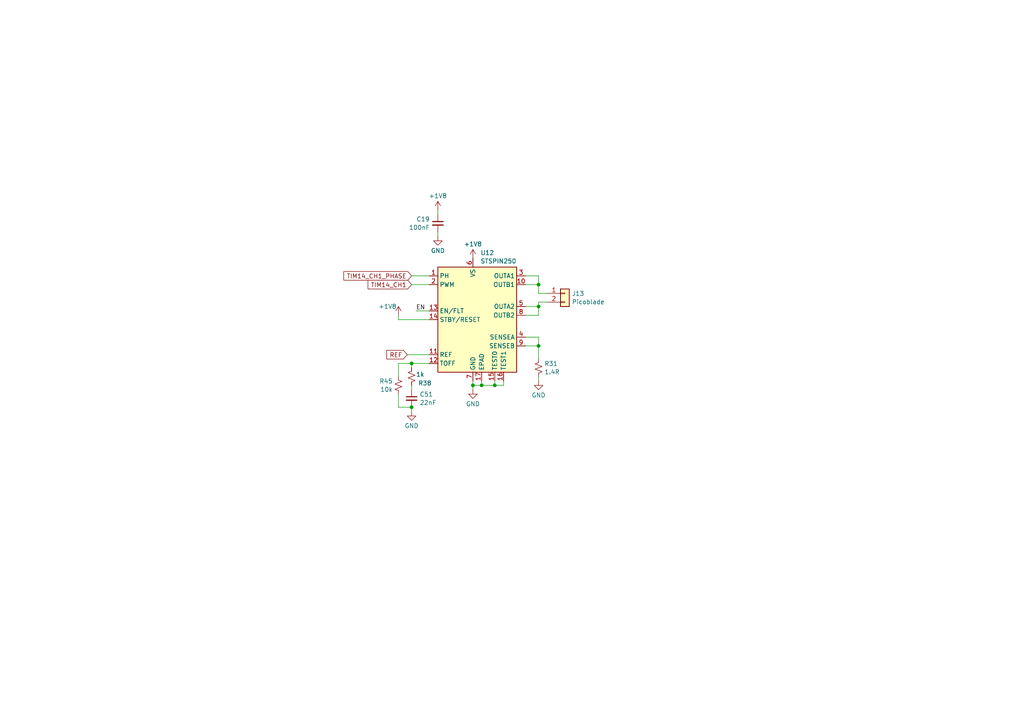
<source format=kicad_sch>
(kicad_sch (version 20230121) (generator eeschema)

  (uuid d3ae3c29-a710-4f7b-94c4-9f99cb159c5b)

  (paper "A4")

  (lib_symbols
    (symbol "Connector_Generic:Conn_01x02" (pin_names (offset 1.016) hide) (in_bom yes) (on_board yes)
      (property "Reference" "J" (at 0 2.54 0)
        (effects (font (size 1.27 1.27)))
      )
      (property "Value" "Conn_01x02" (at 0 -5.08 0)
        (effects (font (size 1.27 1.27)))
      )
      (property "Footprint" "" (at 0 0 0)
        (effects (font (size 1.27 1.27)) hide)
      )
      (property "Datasheet" "~" (at 0 0 0)
        (effects (font (size 1.27 1.27)) hide)
      )
      (property "ki_keywords" "connector" (at 0 0 0)
        (effects (font (size 1.27 1.27)) hide)
      )
      (property "ki_description" "Generic connector, single row, 01x02, script generated (kicad-library-utils/schlib/autogen/connector/)" (at 0 0 0)
        (effects (font (size 1.27 1.27)) hide)
      )
      (property "ki_fp_filters" "Connector*:*_1x??_*" (at 0 0 0)
        (effects (font (size 1.27 1.27)) hide)
      )
      (symbol "Conn_01x02_1_1"
        (rectangle (start -1.27 -2.413) (end 0 -2.667)
          (stroke (width 0.1524) (type default))
          (fill (type none))
        )
        (rectangle (start -1.27 0.127) (end 0 -0.127)
          (stroke (width 0.1524) (type default))
          (fill (type none))
        )
        (rectangle (start -1.27 1.27) (end 1.27 -3.81)
          (stroke (width 0.254) (type default))
          (fill (type background))
        )
        (pin passive line (at -5.08 0 0) (length 3.81)
          (name "Pin_1" (effects (font (size 1.27 1.27))))
          (number "1" (effects (font (size 1.27 1.27))))
        )
        (pin passive line (at -5.08 -2.54 0) (length 3.81)
          (name "Pin_2" (effects (font (size 1.27 1.27))))
          (number "2" (effects (font (size 1.27 1.27))))
        )
      )
    )
    (symbol "Device:C_Small" (pin_numbers hide) (pin_names (offset 0.254) hide) (in_bom yes) (on_board yes)
      (property "Reference" "C" (at 0.254 1.778 0)
        (effects (font (size 1.27 1.27)) (justify left))
      )
      (property "Value" "C_Small" (at 0.254 -2.032 0)
        (effects (font (size 1.27 1.27)) (justify left))
      )
      (property "Footprint" "" (at 0 0 0)
        (effects (font (size 1.27 1.27)) hide)
      )
      (property "Datasheet" "~" (at 0 0 0)
        (effects (font (size 1.27 1.27)) hide)
      )
      (property "ki_keywords" "capacitor cap" (at 0 0 0)
        (effects (font (size 1.27 1.27)) hide)
      )
      (property "ki_description" "Unpolarized capacitor, small symbol" (at 0 0 0)
        (effects (font (size 1.27 1.27)) hide)
      )
      (property "ki_fp_filters" "C_*" (at 0 0 0)
        (effects (font (size 1.27 1.27)) hide)
      )
      (symbol "C_Small_0_1"
        (polyline
          (pts
            (xy -1.524 -0.508)
            (xy 1.524 -0.508)
          )
          (stroke (width 0.3302) (type default))
          (fill (type none))
        )
        (polyline
          (pts
            (xy -1.524 0.508)
            (xy 1.524 0.508)
          )
          (stroke (width 0.3048) (type default))
          (fill (type none))
        )
      )
      (symbol "C_Small_1_1"
        (pin passive line (at 0 2.54 270) (length 2.032)
          (name "~" (effects (font (size 1.27 1.27))))
          (number "1" (effects (font (size 1.27 1.27))))
        )
        (pin passive line (at 0 -2.54 90) (length 2.032)
          (name "~" (effects (font (size 1.27 1.27))))
          (number "2" (effects (font (size 1.27 1.27))))
        )
      )
    )
    (symbol "Device:R_Small_US" (pin_numbers hide) (pin_names (offset 0.254) hide) (in_bom yes) (on_board yes)
      (property "Reference" "R" (at 0.762 0.508 0)
        (effects (font (size 1.27 1.27)) (justify left))
      )
      (property "Value" "R_Small_US" (at 0.762 -1.016 0)
        (effects (font (size 1.27 1.27)) (justify left))
      )
      (property "Footprint" "" (at 0 0 0)
        (effects (font (size 1.27 1.27)) hide)
      )
      (property "Datasheet" "~" (at 0 0 0)
        (effects (font (size 1.27 1.27)) hide)
      )
      (property "ki_keywords" "r resistor" (at 0 0 0)
        (effects (font (size 1.27 1.27)) hide)
      )
      (property "ki_description" "Resistor, small US symbol" (at 0 0 0)
        (effects (font (size 1.27 1.27)) hide)
      )
      (property "ki_fp_filters" "R_*" (at 0 0 0)
        (effects (font (size 1.27 1.27)) hide)
      )
      (symbol "R_Small_US_1_1"
        (polyline
          (pts
            (xy 0 0)
            (xy 1.016 -0.381)
            (xy 0 -0.762)
            (xy -1.016 -1.143)
            (xy 0 -1.524)
          )
          (stroke (width 0) (type default))
          (fill (type none))
        )
        (polyline
          (pts
            (xy 0 1.524)
            (xy 1.016 1.143)
            (xy 0 0.762)
            (xy -1.016 0.381)
            (xy 0 0)
          )
          (stroke (width 0) (type default))
          (fill (type none))
        )
        (pin passive line (at 0 2.54 270) (length 1.016)
          (name "~" (effects (font (size 1.27 1.27))))
          (number "1" (effects (font (size 1.27 1.27))))
        )
        (pin passive line (at 0 -2.54 90) (length 1.016)
          (name "~" (effects (font (size 1.27 1.27))))
          (number "2" (effects (font (size 1.27 1.27))))
        )
      )
    )
    (symbol "components_2:STSPIN250" (in_bom yes) (on_board yes)
      (property "Reference" "U" (at 6.35 21.59 0)
        (effects (font (size 1.27 1.27)))
      )
      (property "Value" "STSPIN250" (at 11.43 19.05 0)
        (effects (font (size 1.27 1.27)))
      )
      (property "Footprint" "" (at 0 24.13 0)
        (effects (font (size 1.27 1.27)) hide)
      )
      (property "Datasheet" "" (at 0 24.13 0)
        (effects (font (size 1.27 1.27)) hide)
      )
      (symbol "STSPIN250_0_1"
        (rectangle (start -10.16 15.24) (end 12.7 -15.24)
          (stroke (width 0.254) (type default))
          (fill (type background))
        )
      )
      (symbol "STSPIN250_1_1"
        (pin input line (at -12.7 12.7 0) (length 2.54)
          (name "PH" (effects (font (size 1.27 1.27))))
          (number "1" (effects (font (size 1.27 1.27))))
        )
        (pin power_out line (at 15.24 10.16 180) (length 2.54)
          (name "OUTB1" (effects (font (size 1.27 1.27))))
          (number "10" (effects (font (size 1.27 1.27))))
        )
        (pin input line (at -12.7 -10.16 0) (length 2.54)
          (name "REF" (effects (font (size 1.27 1.27))))
          (number "11" (effects (font (size 1.27 1.27))))
        )
        (pin input line (at -12.7 -12.7 0) (length 2.54)
          (name "TOFF" (effects (font (size 1.27 1.27))))
          (number "12" (effects (font (size 1.27 1.27))))
        )
        (pin bidirectional line (at -12.7 2.54 0) (length 2.54)
          (name "EN/FLT" (effects (font (size 1.27 1.27))))
          (number "13" (effects (font (size 1.27 1.27))))
        )
        (pin input line (at -12.7 0 0) (length 2.54)
          (name "STBY/RESET" (effects (font (size 1.27 1.27))))
          (number "14" (effects (font (size 1.27 1.27))))
        )
        (pin input line (at 6.35 -17.78 90) (length 2.54)
          (name "TEST0" (effects (font (size 1.27 1.27))))
          (number "15" (effects (font (size 1.27 1.27))))
        )
        (pin input line (at 8.89 -17.78 90) (length 2.54)
          (name "TEST1" (effects (font (size 1.27 1.27))))
          (number "16" (effects (font (size 1.27 1.27))))
        )
        (pin power_in line (at 2.54 -17.78 90) (length 2.54)
          (name "EPAD" (effects (font (size 1.27 1.27))))
          (number "17" (effects (font (size 1.27 1.27))))
        )
        (pin input line (at -12.7 10.16 0) (length 2.54)
          (name "PWM" (effects (font (size 1.27 1.27))))
          (number "2" (effects (font (size 1.27 1.27))))
        )
        (pin power_out line (at 15.24 12.7 180) (length 2.54)
          (name "OUTA1" (effects (font (size 1.27 1.27))))
          (number "3" (effects (font (size 1.27 1.27))))
        )
        (pin power_out line (at 15.24 -5.08 180) (length 2.54)
          (name "SENSEA" (effects (font (size 1.27 1.27))))
          (number "4" (effects (font (size 1.27 1.27))))
        )
        (pin power_out line (at 15.24 3.81 180) (length 2.54)
          (name "OUTA2" (effects (font (size 1.27 1.27))))
          (number "5" (effects (font (size 1.27 1.27))))
        )
        (pin power_in line (at 0 17.78 270) (length 2.54)
          (name "VS" (effects (font (size 1.27 1.27))))
          (number "6" (effects (font (size 1.27 1.27))))
        )
        (pin power_in line (at 0 -17.78 90) (length 2.54)
          (name "GND" (effects (font (size 1.27 1.27))))
          (number "7" (effects (font (size 1.27 1.27))))
        )
        (pin power_out line (at 15.24 1.27 180) (length 2.54)
          (name "OUTB2" (effects (font (size 1.27 1.27))))
          (number "8" (effects (font (size 1.27 1.27))))
        )
        (pin power_out line (at 15.24 -7.62 180) (length 2.54)
          (name "SENSEB" (effects (font (size 1.27 1.27))))
          (number "9" (effects (font (size 1.27 1.27))))
        )
      )
    )
    (symbol "power:+1V8" (power) (pin_names (offset 0)) (in_bom yes) (on_board yes)
      (property "Reference" "#PWR" (at 0 -3.81 0)
        (effects (font (size 1.27 1.27)) hide)
      )
      (property "Value" "+1V8" (at 0 3.556 0)
        (effects (font (size 1.27 1.27)))
      )
      (property "Footprint" "" (at 0 0 0)
        (effects (font (size 1.27 1.27)) hide)
      )
      (property "Datasheet" "" (at 0 0 0)
        (effects (font (size 1.27 1.27)) hide)
      )
      (property "ki_keywords" "global power" (at 0 0 0)
        (effects (font (size 1.27 1.27)) hide)
      )
      (property "ki_description" "Power symbol creates a global label with name \"+1V8\"" (at 0 0 0)
        (effects (font (size 1.27 1.27)) hide)
      )
      (symbol "+1V8_0_1"
        (polyline
          (pts
            (xy -0.762 1.27)
            (xy 0 2.54)
          )
          (stroke (width 0) (type default))
          (fill (type none))
        )
        (polyline
          (pts
            (xy 0 0)
            (xy 0 2.54)
          )
          (stroke (width 0) (type default))
          (fill (type none))
        )
        (polyline
          (pts
            (xy 0 2.54)
            (xy 0.762 1.27)
          )
          (stroke (width 0) (type default))
          (fill (type none))
        )
      )
      (symbol "+1V8_1_1"
        (pin power_in line (at 0 0 90) (length 0) hide
          (name "+1V8" (effects (font (size 1.27 1.27))))
          (number "1" (effects (font (size 1.27 1.27))))
        )
      )
    )
    (symbol "power:GND" (power) (pin_names (offset 0)) (in_bom yes) (on_board yes)
      (property "Reference" "#PWR" (at 0 -6.35 0)
        (effects (font (size 1.27 1.27)) hide)
      )
      (property "Value" "GND" (at 0 -3.81 0)
        (effects (font (size 1.27 1.27)))
      )
      (property "Footprint" "" (at 0 0 0)
        (effects (font (size 1.27 1.27)) hide)
      )
      (property "Datasheet" "" (at 0 0 0)
        (effects (font (size 1.27 1.27)) hide)
      )
      (property "ki_keywords" "global power" (at 0 0 0)
        (effects (font (size 1.27 1.27)) hide)
      )
      (property "ki_description" "Power symbol creates a global label with name \"GND\" , ground" (at 0 0 0)
        (effects (font (size 1.27 1.27)) hide)
      )
      (symbol "GND_0_1"
        (polyline
          (pts
            (xy 0 0)
            (xy 0 -1.27)
            (xy 1.27 -1.27)
            (xy 0 -2.54)
            (xy -1.27 -1.27)
            (xy 0 -1.27)
          )
          (stroke (width 0) (type default))
          (fill (type none))
        )
      )
      (symbol "GND_1_1"
        (pin power_in line (at 0 0 270) (length 0) hide
          (name "GND" (effects (font (size 1.27 1.27))))
          (number "1" (effects (font (size 1.27 1.27))))
        )
      )
    )
  )

  (junction (at 156.21 88.9) (diameter 0) (color 0 0 0 0)
    (uuid 434cb4db-e008-497a-ac75-29356549856d)
  )
  (junction (at 156.21 82.55) (diameter 0) (color 0 0 0 0)
    (uuid 73c65292-b353-4b6d-8478-edeff7afb8c7)
  )
  (junction (at 119.38 118.11) (diameter 0) (color 0 0 0 0)
    (uuid 94b6b8c9-8047-4795-9a9c-fb7cd95c839f)
  )
  (junction (at 156.21 100.33) (diameter 0) (color 0 0 0 0)
    (uuid a7a6fb4e-42d6-42a7-bbf0-d6c88e0348fa)
  )
  (junction (at 143.51 111.76) (diameter 0) (color 0 0 0 0)
    (uuid b3b1cf1f-3840-4d7e-9047-79997c3d87d6)
  )
  (junction (at 137.16 111.76) (diameter 0) (color 0 0 0 0)
    (uuid cbccabf5-514d-4f33-a5e2-8afd2e5196d0)
  )
  (junction (at 119.38 105.41) (diameter 0) (color 0 0 0 0)
    (uuid e8e8b19e-38ee-46f6-abe7-2eb9415a0c45)
  )
  (junction (at 139.7 111.76) (diameter 0) (color 0 0 0 0)
    (uuid ef668624-f822-4384-8bde-da48dda47b2b)
  )

  (wire (pts (xy 158.75 87.63) (xy 156.21 87.63))
    (stroke (width 0) (type default))
    (uuid 03cd1acd-860c-41b6-a0cf-6e5051d36e0a)
  )
  (wire (pts (xy 119.38 119.38) (xy 119.38 118.11))
    (stroke (width 0) (type default))
    (uuid 0b449ecc-9c82-4820-8698-d2d4d1a6b484)
  )
  (wire (pts (xy 152.4 91.44) (xy 156.21 91.44))
    (stroke (width 0) (type default))
    (uuid 0eadbab4-a729-4a40-b7f8-df60fec4a64f)
  )
  (wire (pts (xy 115.57 92.71) (xy 124.46 92.71))
    (stroke (width 0) (type default))
    (uuid 0f466d35-9b0b-4ceb-b8cd-ea19adb3e898)
  )
  (wire (pts (xy 143.51 111.76) (xy 143.51 110.49))
    (stroke (width 0) (type default))
    (uuid 19da91f9-6a5f-48be-9fcf-aa2467619f8e)
  )
  (wire (pts (xy 156.21 100.33) (xy 156.21 104.14))
    (stroke (width 0) (type default))
    (uuid 1b9f4e11-f494-4182-b389-bc772a267783)
  )
  (wire (pts (xy 115.57 105.41) (xy 119.38 105.41))
    (stroke (width 0) (type default))
    (uuid 20724527-7776-4670-b0cc-9f7d650e952e)
  )
  (wire (pts (xy 156.21 97.79) (xy 156.21 100.33))
    (stroke (width 0) (type default))
    (uuid 23522f3e-82c7-4660-bf36-698bed9ff747)
  )
  (wire (pts (xy 115.57 105.41) (xy 115.57 109.22))
    (stroke (width 0) (type default))
    (uuid 266f7f8c-85f0-4bfc-ac14-3e43d1278dbb)
  )
  (wire (pts (xy 118.11 102.87) (xy 124.46 102.87))
    (stroke (width 0) (type default))
    (uuid 281cc014-5e66-4632-bf75-9540f4ceba37)
  )
  (wire (pts (xy 139.7 111.76) (xy 143.51 111.76))
    (stroke (width 0) (type default))
    (uuid 2c7a6d3a-27d4-47e9-a4c8-a2f54c3346dd)
  )
  (wire (pts (xy 115.57 91.44) (xy 115.57 92.71))
    (stroke (width 0) (type default))
    (uuid 2e373b68-696b-43be-8c67-9f63ce48e298)
  )
  (wire (pts (xy 119.38 111.76) (xy 119.38 113.03))
    (stroke (width 0) (type default))
    (uuid 2e7aa4f7-2f59-45c0-9c9e-df1fa5d386ac)
  )
  (wire (pts (xy 156.21 88.9) (xy 156.21 91.44))
    (stroke (width 0) (type default))
    (uuid 445ea813-6607-4352-8695-0473fe659a8a)
  )
  (wire (pts (xy 137.16 111.76) (xy 137.16 113.03))
    (stroke (width 0) (type default))
    (uuid 45a19862-9131-4617-be6d-7f257a3c5054)
  )
  (wire (pts (xy 139.7 111.76) (xy 139.7 110.49))
    (stroke (width 0) (type default))
    (uuid 487c0dd1-8201-4f33-b8f2-393144b038f8)
  )
  (wire (pts (xy 146.05 111.76) (xy 146.05 110.49))
    (stroke (width 0) (type default))
    (uuid 4ce01599-ccbc-4594-b42d-d099858787a8)
  )
  (wire (pts (xy 119.38 80.01) (xy 124.46 80.01))
    (stroke (width 0) (type default))
    (uuid 5eddf496-a5f1-4ee7-8328-d1408d125740)
  )
  (wire (pts (xy 137.16 110.49) (xy 137.16 111.76))
    (stroke (width 0) (type default))
    (uuid 603a7429-cd78-4607-ab5d-caf3dfa7385e)
  )
  (wire (pts (xy 156.21 85.09) (xy 158.75 85.09))
    (stroke (width 0) (type default))
    (uuid 6d3e1bae-fd32-4e05-b28b-78396ec183c2)
  )
  (wire (pts (xy 127 67.31) (xy 127 68.58))
    (stroke (width 0) (type default))
    (uuid 78851fe2-9688-4dbc-9a81-e27ce981c1f3)
  )
  (wire (pts (xy 156.21 82.55) (xy 156.21 85.09))
    (stroke (width 0) (type default))
    (uuid 815d45b0-8540-4fa8-8a69-4ab3476e3638)
  )
  (wire (pts (xy 152.4 82.55) (xy 156.21 82.55))
    (stroke (width 0) (type default))
    (uuid 911ea3c5-c522-48e4-b8b7-ffe02eb55a93)
  )
  (wire (pts (xy 143.51 111.76) (xy 146.05 111.76))
    (stroke (width 0) (type default))
    (uuid 91d6b792-46f7-47f9-91e4-44f1397bc96d)
  )
  (wire (pts (xy 119.38 82.55) (xy 124.46 82.55))
    (stroke (width 0) (type default))
    (uuid 9f58e459-e053-451b-8dc9-1c8188ac75d3)
  )
  (wire (pts (xy 152.4 97.79) (xy 156.21 97.79))
    (stroke (width 0) (type default))
    (uuid a13d80eb-dd9f-4a70-b224-482e1c96e3df)
  )
  (wire (pts (xy 156.21 88.9) (xy 152.4 88.9))
    (stroke (width 0) (type default))
    (uuid a660deba-e634-41a5-9be9-1acdd54ca362)
  )
  (wire (pts (xy 152.4 100.33) (xy 156.21 100.33))
    (stroke (width 0) (type default))
    (uuid b7184f51-76fc-4818-af53-3af825e81bd1)
  )
  (wire (pts (xy 115.57 118.11) (xy 119.38 118.11))
    (stroke (width 0) (type default))
    (uuid c318da2f-fddf-4636-993e-5bc7cca1beac)
  )
  (wire (pts (xy 156.21 80.01) (xy 156.21 82.55))
    (stroke (width 0) (type default))
    (uuid df2ba190-63ee-43e9-80ec-603bc7b1877f)
  )
  (wire (pts (xy 137.16 111.76) (xy 139.7 111.76))
    (stroke (width 0) (type default))
    (uuid e3059f48-6eba-4772-a1e5-7160201bb03c)
  )
  (wire (pts (xy 120.65 90.17) (xy 124.46 90.17))
    (stroke (width 0) (type default))
    (uuid e9a31b84-fa76-47dc-b181-4530f0359c14)
  )
  (wire (pts (xy 156.21 109.22) (xy 156.21 110.49))
    (stroke (width 0) (type default))
    (uuid eb020714-22ff-400a-b95c-78631cd48784)
  )
  (wire (pts (xy 119.38 105.41) (xy 119.38 106.68))
    (stroke (width 0) (type default))
    (uuid f1eb8655-58c5-4a22-8f79-c4cc1f1bf9d1)
  )
  (wire (pts (xy 127 60.96) (xy 127 62.23))
    (stroke (width 0) (type default))
    (uuid f720122c-4380-418b-9614-9675d2e484e4)
  )
  (wire (pts (xy 115.57 114.3) (xy 115.57 118.11))
    (stroke (width 0) (type default))
    (uuid f7316a7e-2476-4819-8fb7-96fb7a77e1e5)
  )
  (wire (pts (xy 119.38 105.41) (xy 124.46 105.41))
    (stroke (width 0) (type default))
    (uuid f7a28afd-0294-4a52-a35d-87b0cb052b0f)
  )
  (wire (pts (xy 156.21 87.63) (xy 156.21 88.9))
    (stroke (width 0) (type default))
    (uuid fd07932c-b6c9-4dc1-bdde-48111e3bddea)
  )
  (wire (pts (xy 152.4 80.01) (xy 156.21 80.01))
    (stroke (width 0) (type default))
    (uuid fd3999ed-52e0-460b-b2ea-b4287d468792)
  )

  (label "EN" (at 120.65 90.17 0) (fields_autoplaced)
    (effects (font (size 1.27 1.27)) (justify left bottom))
    (uuid cc3ae181-a2dc-4730-89a8-d239b9afe088)
  )

  (global_label "TIM14_CH1_PHASE" (shape input) (at 119.38 80.01 180) (fields_autoplaced)
    (effects (font (size 1.27 1.27)) (justify right))
    (uuid 7016d317-05cf-4584-8c29-9e49013606f0)
    (property "Intersheetrefs" "${INTERSHEET_REFS}" (at 99.1592 80.01 0)
      (effects (font (size 1.27 1.27)) (justify right) hide)
    )
  )
  (global_label "TIM14_CH1" (shape input) (at 119.38 82.55 180) (fields_autoplaced)
    (effects (font (size 1.27 1.27)) (justify right))
    (uuid 8b4e890d-2ff0-43d4-8996-8e580931b12e)
    (property "Intersheetrefs" "${INTERSHEET_REFS}" (at 106.1744 82.55 0)
      (effects (font (size 1.27 1.27)) (justify right) hide)
    )
  )
  (global_label "REF" (shape input) (at 118.11 102.87 180) (fields_autoplaced)
    (effects (font (size 1.27 1.27)) (justify right))
    (uuid f95feaf9-4efa-4e3a-a310-71baa7df2784)
    (property "Intersheetrefs" "${INTERSHEET_REFS}" (at 111.6172 102.87 0)
      (effects (font (size 1.27 1.27)) (justify right) hide)
    )
  )

  (symbol (lib_id "components_2:STSPIN250") (at 137.16 92.71 0) (unit 1)
    (in_bom yes) (on_board yes) (dnp no) (fields_autoplaced)
    (uuid 19eeca92-6ca8-4a31-b672-8fde65669788)
    (property "Reference" "U12" (at 139.3541 73.3257 0)
      (effects (font (size 1.27 1.27)) (justify left))
    )
    (property "Value" "STSPIN250" (at 139.3541 75.7499 0)
      (effects (font (size 1.27 1.27)) (justify left))
    )
    (property "Footprint" "Ultra_librarian:VFQFPN16_STSPIN_STM" (at 137.16 68.58 0)
      (effects (font (size 1.27 1.27)) hide)
    )
    (property "Datasheet" "" (at 137.16 68.58 0)
      (effects (font (size 1.27 1.27)) hide)
    )
    (property "LCSC" "C155561" (at 137.16 92.71 0)
      (effects (font (size 1.27 1.27)) hide)
    )
    (pin "1" (uuid e46c6c14-ad89-41e7-8adc-19629b9363a5))
    (pin "10" (uuid 97811da0-6c20-4a56-8acc-ede948d652a4))
    (pin "11" (uuid 6cd8da83-5e41-42b5-9795-1502d753ce59))
    (pin "12" (uuid 5072d2bc-849c-45b0-86a6-f246efd8c396))
    (pin "13" (uuid 4e2c5edb-598c-4673-981e-bcf1a29386c7))
    (pin "14" (uuid ed236e16-818c-40c0-8947-e853eeccb1af))
    (pin "15" (uuid 027bc0af-25d8-4ee4-b50a-e4daa7fb83c4))
    (pin "16" (uuid 1f78152d-2d05-4851-8d13-4c6d33a2c056))
    (pin "17" (uuid 2a41c778-4014-4d8b-a467-265f45364098))
    (pin "2" (uuid d0ed151e-5bd0-4e9e-9f18-83566a9c2c95))
    (pin "3" (uuid e5cded07-f179-4277-acae-df617063fae1))
    (pin "4" (uuid 7dcbdaa4-9ce3-441b-bc2b-1453d2e23489))
    (pin "5" (uuid 73c7dc44-4717-45ba-9c72-8d83ddba3050))
    (pin "6" (uuid b625d927-c8b1-4d35-b443-f77956de00b2))
    (pin "7" (uuid fac90f5f-7773-4d00-a29d-cf122037bab4))
    (pin "8" (uuid a5d3c886-c924-40c6-89f2-10d7a9adb180))
    (pin "9" (uuid 917c6d82-403f-49be-8bb7-e6186ace1d0d))
    (instances
      (project "KASM_PCB_REV1"
        (path "/bcd76057-59fd-41c5-bb52-9bafb2ef74e0/04e958db-aa3d-41e7-905b-1283accbf3a5"
          (reference "U12") (unit 1)
        )
        (path "/bcd76057-59fd-41c5-bb52-9bafb2ef74e0/04e958db-aa3d-41e7-905b-1283accbf3a5/18dc00ae-3159-4780-b672-12977f79e5ac"
          (reference "U5") (unit 1)
        )
        (path "/bcd76057-59fd-41c5-bb52-9bafb2ef74e0/04e958db-aa3d-41e7-905b-1283accbf3a5/0e4a8bf2-0dd0-4daf-93f5-21aaab6e9079"
          (reference "U12") (unit 1)
        )
        (path "/bcd76057-59fd-41c5-bb52-9bafb2ef74e0/04e958db-aa3d-41e7-905b-1283accbf3a5/fa3e3175-0ec2-4c23-918b-18b69f6d22c9"
          (reference "U7") (unit 1)
        )
        (path "/bcd76057-59fd-41c5-bb52-9bafb2ef74e0/04e958db-aa3d-41e7-905b-1283accbf3a5/5eb57887-e81e-4477-9dd7-7aacc0de0d0b"
          (reference "U34") (unit 1)
        )
        (path "/bcd76057-59fd-41c5-bb52-9bafb2ef74e0/04e958db-aa3d-41e7-905b-1283accbf3a5/e0928f68-e618-4bed-a90d-d4217e4537fe"
          (reference "U35") (unit 1)
        )
        (path "/bcd76057-59fd-41c5-bb52-9bafb2ef74e0/04e958db-aa3d-41e7-905b-1283accbf3a5/035548b8-a31f-4ce4-88ad-eb25e49c8086"
          (reference "U36") (unit 1)
        )
        (path "/bcd76057-59fd-41c5-bb52-9bafb2ef74e0/04e958db-aa3d-41e7-905b-1283accbf3a5/ea7abcee-3bcc-4e0d-ba1f-bfc5afeaff56"
          (reference "U37") (unit 1)
        )
        (path "/bcd76057-59fd-41c5-bb52-9bafb2ef74e0/04e958db-aa3d-41e7-905b-1283accbf3a5/d43b2610-0e88-49f5-accf-91021c3a3747"
          (reference "U38") (unit 1)
        )
        (path "/bcd76057-59fd-41c5-bb52-9bafb2ef74e0/04e958db-aa3d-41e7-905b-1283accbf3a5/183aa310-3222-4137-baac-257f5699b820"
          (reference "U39") (unit 1)
        )
        (path "/bcd76057-59fd-41c5-bb52-9bafb2ef74e0/04e958db-aa3d-41e7-905b-1283accbf3a5/517c7ed0-094c-4bf8-893e-b74da427973a"
          (reference "U40") (unit 1)
        )
        (path "/bcd76057-59fd-41c5-bb52-9bafb2ef74e0/04e958db-aa3d-41e7-905b-1283accbf3a5/31bee4a8-b94d-44ab-a7b7-0e5ab7943934"
          (reference "U41") (unit 1)
        )
        (path "/bcd76057-59fd-41c5-bb52-9bafb2ef74e0/04e958db-aa3d-41e7-905b-1283accbf3a5/3c7f0f67-84e4-46e0-ae69-a3c8008fc518"
          (reference "U42") (unit 1)
        )
        (path "/bcd76057-59fd-41c5-bb52-9bafb2ef74e0/04e958db-aa3d-41e7-905b-1283accbf3a5/09624144-9abc-4214-b8b3-19be92fa01bb"
          (reference "U43") (unit 1)
        )
        (path "/bcd76057-59fd-41c5-bb52-9bafb2ef74e0/04e958db-aa3d-41e7-905b-1283accbf3a5/debcf873-ffd9-4218-a838-354e10f40114"
          (reference "U44") (unit 1)
        )
        (path "/bcd76057-59fd-41c5-bb52-9bafb2ef74e0/04e958db-aa3d-41e7-905b-1283accbf3a5/f3d20732-cdac-44e3-a331-3cd31b97ff57"
          (reference "U45") (unit 1)
        )
        (path "/bcd76057-59fd-41c5-bb52-9bafb2ef74e0/04e958db-aa3d-41e7-905b-1283accbf3a5/d282b751-7721-4014-b2b7-469980c2fd3d"
          (reference "U46") (unit 1)
        )
        (path "/bcd76057-59fd-41c5-bb52-9bafb2ef74e0/04e958db-aa3d-41e7-905b-1283accbf3a5/2f342150-1aa1-4808-811e-c8652a7360ed"
          (reference "U47") (unit 1)
        )
        (path "/bcd76057-59fd-41c5-bb52-9bafb2ef74e0/04e958db-aa3d-41e7-905b-1283accbf3a5/a00a6dc6-5da7-4e1f-b4ec-6af8efc204f4"
          (reference "U49") (unit 1)
        )
        (path "/bcd76057-59fd-41c5-bb52-9bafb2ef74e0/04e958db-aa3d-41e7-905b-1283accbf3a5/fb97f32a-344e-42d0-80a3-2f30f649c95b"
          (reference "U50") (unit 1)
        )
        (path "/bcd76057-59fd-41c5-bb52-9bafb2ef74e0/04e958db-aa3d-41e7-905b-1283accbf3a5/758d2951-640e-4c88-be12-1a100eb086a5"
          (reference "U51") (unit 1)
        )
        (path "/bcd76057-59fd-41c5-bb52-9bafb2ef74e0/04e958db-aa3d-41e7-905b-1283accbf3a5/1e6d7f69-4122-453e-9254-d2339f5150d7"
          (reference "U52") (unit 1)
        )
        (path "/bcd76057-59fd-41c5-bb52-9bafb2ef74e0/04e958db-aa3d-41e7-905b-1283accbf3a5/cc8e9e82-b38f-4c96-81d0-3ca8ac77f771"
          (reference "U53") (unit 1)
        )
        (path "/bcd76057-59fd-41c5-bb52-9bafb2ef74e0/04e958db-aa3d-41e7-905b-1283accbf3a5/b1894ed9-6a63-4439-a2e8-1827c3e49ee7"
          (reference "U54") (unit 1)
        )
        (path "/bcd76057-59fd-41c5-bb52-9bafb2ef74e0/04e958db-aa3d-41e7-905b-1283accbf3a5/a49d49c7-da1f-4137-a620-bdc9f58595d1"
          (reference "U55") (unit 1)
        )
        (path "/bcd76057-59fd-41c5-bb52-9bafb2ef74e0/04e958db-aa3d-41e7-905b-1283accbf3a5/80cd4e08-0efe-488f-8e92-54beb1b4d1f2"
          (reference "U56") (unit 1)
        )
        (path "/bcd76057-59fd-41c5-bb52-9bafb2ef74e0/04e958db-aa3d-41e7-905b-1283accbf3a5/317da025-5f62-4c93-8d06-7954e608af1c"
          (reference "U57") (unit 1)
        )
        (path "/bcd76057-59fd-41c5-bb52-9bafb2ef74e0/04e958db-aa3d-41e7-905b-1283accbf3a5/880b3b36-85e8-4c3c-aa09-491ac2842d9f"
          (reference "U48") (unit 1)
        )
      )
    )
  )

  (symbol (lib_id "power:GND") (at 119.38 119.38 0) (unit 1)
    (in_bom yes) (on_board yes) (dnp no)
    (uuid 1b560aea-f1d1-4242-9055-9226e0b1f112)
    (property "Reference" "#PWR0113" (at 119.38 125.73 0)
      (effects (font (size 1.27 1.27)) hide)
    )
    (property "Value" "GND" (at 119.38 123.5131 0)
      (effects (font (size 1.27 1.27)))
    )
    (property "Footprint" "" (at 119.38 119.38 0)
      (effects (font (size 1.27 1.27)) hide)
    )
    (property "Datasheet" "" (at 119.38 119.38 0)
      (effects (font (size 1.27 1.27)) hide)
    )
    (pin "1" (uuid 4637a27a-c5c6-4311-b6dc-3fecae4bd51a))
    (instances
      (project "KASM_PCB_REV1"
        (path "/bcd76057-59fd-41c5-bb52-9bafb2ef74e0/04e958db-aa3d-41e7-905b-1283accbf3a5"
          (reference "#PWR0113") (unit 1)
        )
        (path "/bcd76057-59fd-41c5-bb52-9bafb2ef74e0/04e958db-aa3d-41e7-905b-1283accbf3a5/18dc00ae-3159-4780-b672-12977f79e5ac"
          (reference "#PWR0106") (unit 1)
        )
        (path "/bcd76057-59fd-41c5-bb52-9bafb2ef74e0/04e958db-aa3d-41e7-905b-1283accbf3a5/0e4a8bf2-0dd0-4daf-93f5-21aaab6e9079"
          (reference "#PWR0262") (unit 1)
        )
        (path "/bcd76057-59fd-41c5-bb52-9bafb2ef74e0/04e958db-aa3d-41e7-905b-1283accbf3a5/fa3e3175-0ec2-4c23-918b-18b69f6d22c9"
          (reference "#PWR0108") (unit 1)
        )
        (path "/bcd76057-59fd-41c5-bb52-9bafb2ef74e0/04e958db-aa3d-41e7-905b-1283accbf3a5/5eb57887-e81e-4477-9dd7-7aacc0de0d0b"
          (reference "#PWR0269") (unit 1)
        )
        (path "/bcd76057-59fd-41c5-bb52-9bafb2ef74e0/04e958db-aa3d-41e7-905b-1283accbf3a5/e0928f68-e618-4bed-a90d-d4217e4537fe"
          (reference "#PWR0276") (unit 1)
        )
        (path "/bcd76057-59fd-41c5-bb52-9bafb2ef74e0/04e958db-aa3d-41e7-905b-1283accbf3a5/035548b8-a31f-4ce4-88ad-eb25e49c8086"
          (reference "#PWR0283") (unit 1)
        )
        (path "/bcd76057-59fd-41c5-bb52-9bafb2ef74e0/04e958db-aa3d-41e7-905b-1283accbf3a5/ea7abcee-3bcc-4e0d-ba1f-bfc5afeaff56"
          (reference "#PWR0290") (unit 1)
        )
        (path "/bcd76057-59fd-41c5-bb52-9bafb2ef74e0/04e958db-aa3d-41e7-905b-1283accbf3a5/d43b2610-0e88-49f5-accf-91021c3a3747"
          (reference "#PWR0297") (unit 1)
        )
        (path "/bcd76057-59fd-41c5-bb52-9bafb2ef74e0/04e958db-aa3d-41e7-905b-1283accbf3a5/183aa310-3222-4137-baac-257f5699b820"
          (reference "#PWR0304") (unit 1)
        )
        (path "/bcd76057-59fd-41c5-bb52-9bafb2ef74e0/04e958db-aa3d-41e7-905b-1283accbf3a5/517c7ed0-094c-4bf8-893e-b74da427973a"
          (reference "#PWR0311") (unit 1)
        )
        (path "/bcd76057-59fd-41c5-bb52-9bafb2ef74e0/04e958db-aa3d-41e7-905b-1283accbf3a5/31bee4a8-b94d-44ab-a7b7-0e5ab7943934"
          (reference "#PWR0318") (unit 1)
        )
        (path "/bcd76057-59fd-41c5-bb52-9bafb2ef74e0/04e958db-aa3d-41e7-905b-1283accbf3a5/3c7f0f67-84e4-46e0-ae69-a3c8008fc518"
          (reference "#PWR0325") (unit 1)
        )
        (path "/bcd76057-59fd-41c5-bb52-9bafb2ef74e0/04e958db-aa3d-41e7-905b-1283accbf3a5/09624144-9abc-4214-b8b3-19be92fa01bb"
          (reference "#PWR0332") (unit 1)
        )
        (path "/bcd76057-59fd-41c5-bb52-9bafb2ef74e0/04e958db-aa3d-41e7-905b-1283accbf3a5/debcf873-ffd9-4218-a838-354e10f40114"
          (reference "#PWR0339") (unit 1)
        )
        (path "/bcd76057-59fd-41c5-bb52-9bafb2ef74e0/04e958db-aa3d-41e7-905b-1283accbf3a5/f3d20732-cdac-44e3-a331-3cd31b97ff57"
          (reference "#PWR0346") (unit 1)
        )
        (path "/bcd76057-59fd-41c5-bb52-9bafb2ef74e0/04e958db-aa3d-41e7-905b-1283accbf3a5/d282b751-7721-4014-b2b7-469980c2fd3d"
          (reference "#PWR0353") (unit 1)
        )
        (path "/bcd76057-59fd-41c5-bb52-9bafb2ef74e0/04e958db-aa3d-41e7-905b-1283accbf3a5/2f342150-1aa1-4808-811e-c8652a7360ed"
          (reference "#PWR0360") (unit 1)
        )
        (path "/bcd76057-59fd-41c5-bb52-9bafb2ef74e0/04e958db-aa3d-41e7-905b-1283accbf3a5/a00a6dc6-5da7-4e1f-b4ec-6af8efc204f4"
          (reference "#PWR0374") (unit 1)
        )
        (path "/bcd76057-59fd-41c5-bb52-9bafb2ef74e0/04e958db-aa3d-41e7-905b-1283accbf3a5/fb97f32a-344e-42d0-80a3-2f30f649c95b"
          (reference "#PWR0381") (unit 1)
        )
        (path "/bcd76057-59fd-41c5-bb52-9bafb2ef74e0/04e958db-aa3d-41e7-905b-1283accbf3a5/758d2951-640e-4c88-be12-1a100eb086a5"
          (reference "#PWR0388") (unit 1)
        )
        (path "/bcd76057-59fd-41c5-bb52-9bafb2ef74e0/04e958db-aa3d-41e7-905b-1283accbf3a5/1e6d7f69-4122-453e-9254-d2339f5150d7"
          (reference "#PWR0395") (unit 1)
        )
        (path "/bcd76057-59fd-41c5-bb52-9bafb2ef74e0/04e958db-aa3d-41e7-905b-1283accbf3a5/cc8e9e82-b38f-4c96-81d0-3ca8ac77f771"
          (reference "#PWR0402") (unit 1)
        )
        (path "/bcd76057-59fd-41c5-bb52-9bafb2ef74e0/04e958db-aa3d-41e7-905b-1283accbf3a5/b1894ed9-6a63-4439-a2e8-1827c3e49ee7"
          (reference "#PWR0409") (unit 1)
        )
        (path "/bcd76057-59fd-41c5-bb52-9bafb2ef74e0/04e958db-aa3d-41e7-905b-1283accbf3a5/a49d49c7-da1f-4137-a620-bdc9f58595d1"
          (reference "#PWR0416") (unit 1)
        )
        (path "/bcd76057-59fd-41c5-bb52-9bafb2ef74e0/04e958db-aa3d-41e7-905b-1283accbf3a5/80cd4e08-0efe-488f-8e92-54beb1b4d1f2"
          (reference "#PWR0423") (unit 1)
        )
        (path "/bcd76057-59fd-41c5-bb52-9bafb2ef74e0/04e958db-aa3d-41e7-905b-1283accbf3a5/317da025-5f62-4c93-8d06-7954e608af1c"
          (reference "#PWR0430") (unit 1)
        )
        (path "/bcd76057-59fd-41c5-bb52-9bafb2ef74e0/04e958db-aa3d-41e7-905b-1283accbf3a5/880b3b36-85e8-4c3c-aa09-491ac2842d9f"
          (reference "#PWR0367") (unit 1)
        )
      )
    )
  )

  (symbol (lib_id "Device:R_Small_US") (at 115.57 111.76 0) (unit 1)
    (in_bom yes) (on_board yes) (dnp no)
    (uuid 1c0f638b-f20f-4b2e-b1b4-83a656ba64a2)
    (property "Reference" "R45" (at 113.919 110.5479 0)
      (effects (font (size 1.27 1.27)) (justify right))
    )
    (property "Value" "10k" (at 113.919 112.9721 0)
      (effects (font (size 1.27 1.27)) (justify right))
    )
    (property "Footprint" "Resistor_SMD:R_0402_1005Metric" (at 115.57 111.76 0)
      (effects (font (size 1.27 1.27)) hide)
    )
    (property "Datasheet" "~" (at 115.57 111.76 0)
      (effects (font (size 1.27 1.27)) hide)
    )
    (property "LCSC" "C25744" (at 115.57 111.76 0)
      (effects (font (size 1.27 1.27)) hide)
    )
    (pin "1" (uuid 32b177db-daf9-4a6b-9c8f-4c4a6aa2c23e))
    (pin "2" (uuid 07fe93d4-1469-4ba6-a4b1-0eeff5425a0e))
    (instances
      (project "KASM_PCB_REV1"
        (path "/bcd76057-59fd-41c5-bb52-9bafb2ef74e0/04e958db-aa3d-41e7-905b-1283accbf3a5"
          (reference "R45") (unit 1)
        )
        (path "/bcd76057-59fd-41c5-bb52-9bafb2ef74e0/04e958db-aa3d-41e7-905b-1283accbf3a5/18dc00ae-3159-4780-b672-12977f79e5ac"
          (reference "R45") (unit 1)
        )
        (path "/bcd76057-59fd-41c5-bb52-9bafb2ef74e0/04e958db-aa3d-41e7-905b-1283accbf3a5/0e4a8bf2-0dd0-4daf-93f5-21aaab6e9079"
          (reference "R110") (unit 1)
        )
        (path "/bcd76057-59fd-41c5-bb52-9bafb2ef74e0/04e958db-aa3d-41e7-905b-1283accbf3a5/fa3e3175-0ec2-4c23-918b-18b69f6d22c9"
          (reference "R40") (unit 1)
        )
        (path "/bcd76057-59fd-41c5-bb52-9bafb2ef74e0/04e958db-aa3d-41e7-905b-1283accbf3a5/5eb57887-e81e-4477-9dd7-7aacc0de0d0b"
          (reference "R113") (unit 1)
        )
        (path "/bcd76057-59fd-41c5-bb52-9bafb2ef74e0/04e958db-aa3d-41e7-905b-1283accbf3a5/e0928f68-e618-4bed-a90d-d4217e4537fe"
          (reference "R116") (unit 1)
        )
        (path "/bcd76057-59fd-41c5-bb52-9bafb2ef74e0/04e958db-aa3d-41e7-905b-1283accbf3a5/035548b8-a31f-4ce4-88ad-eb25e49c8086"
          (reference "R119") (unit 1)
        )
        (path "/bcd76057-59fd-41c5-bb52-9bafb2ef74e0/04e958db-aa3d-41e7-905b-1283accbf3a5/ea7abcee-3bcc-4e0d-ba1f-bfc5afeaff56"
          (reference "R122") (unit 1)
        )
        (path "/bcd76057-59fd-41c5-bb52-9bafb2ef74e0/04e958db-aa3d-41e7-905b-1283accbf3a5/d43b2610-0e88-49f5-accf-91021c3a3747"
          (reference "R125") (unit 1)
        )
        (path "/bcd76057-59fd-41c5-bb52-9bafb2ef74e0/04e958db-aa3d-41e7-905b-1283accbf3a5/183aa310-3222-4137-baac-257f5699b820"
          (reference "R128") (unit 1)
        )
        (path "/bcd76057-59fd-41c5-bb52-9bafb2ef74e0/04e958db-aa3d-41e7-905b-1283accbf3a5/517c7ed0-094c-4bf8-893e-b74da427973a"
          (reference "R131") (unit 1)
        )
        (path "/bcd76057-59fd-41c5-bb52-9bafb2ef74e0/04e958db-aa3d-41e7-905b-1283accbf3a5/31bee4a8-b94d-44ab-a7b7-0e5ab7943934"
          (reference "R134") (unit 1)
        )
        (path "/bcd76057-59fd-41c5-bb52-9bafb2ef74e0/04e958db-aa3d-41e7-905b-1283accbf3a5/3c7f0f67-84e4-46e0-ae69-a3c8008fc518"
          (reference "R137") (unit 1)
        )
        (path "/bcd76057-59fd-41c5-bb52-9bafb2ef74e0/04e958db-aa3d-41e7-905b-1283accbf3a5/09624144-9abc-4214-b8b3-19be92fa01bb"
          (reference "R140") (unit 1)
        )
        (path "/bcd76057-59fd-41c5-bb52-9bafb2ef74e0/04e958db-aa3d-41e7-905b-1283accbf3a5/debcf873-ffd9-4218-a838-354e10f40114"
          (reference "R143") (unit 1)
        )
        (path "/bcd76057-59fd-41c5-bb52-9bafb2ef74e0/04e958db-aa3d-41e7-905b-1283accbf3a5/f3d20732-cdac-44e3-a331-3cd31b97ff57"
          (reference "R146") (unit 1)
        )
        (path "/bcd76057-59fd-41c5-bb52-9bafb2ef74e0/04e958db-aa3d-41e7-905b-1283accbf3a5/d282b751-7721-4014-b2b7-469980c2fd3d"
          (reference "R149") (unit 1)
        )
        (path "/bcd76057-59fd-41c5-bb52-9bafb2ef74e0/04e958db-aa3d-41e7-905b-1283accbf3a5/2f342150-1aa1-4808-811e-c8652a7360ed"
          (reference "R152") (unit 1)
        )
        (path "/bcd76057-59fd-41c5-bb52-9bafb2ef74e0/04e958db-aa3d-41e7-905b-1283accbf3a5/a00a6dc6-5da7-4e1f-b4ec-6af8efc204f4"
          (reference "R158") (unit 1)
        )
        (path "/bcd76057-59fd-41c5-bb52-9bafb2ef74e0/04e958db-aa3d-41e7-905b-1283accbf3a5/fb97f32a-344e-42d0-80a3-2f30f649c95b"
          (reference "R161") (unit 1)
        )
        (path "/bcd76057-59fd-41c5-bb52-9bafb2ef74e0/04e958db-aa3d-41e7-905b-1283accbf3a5/758d2951-640e-4c88-be12-1a100eb086a5"
          (reference "R164") (unit 1)
        )
        (path "/bcd76057-59fd-41c5-bb52-9bafb2ef74e0/04e958db-aa3d-41e7-905b-1283accbf3a5/1e6d7f69-4122-453e-9254-d2339f5150d7"
          (reference "R167") (unit 1)
        )
        (path "/bcd76057-59fd-41c5-bb52-9bafb2ef74e0/04e958db-aa3d-41e7-905b-1283accbf3a5/cc8e9e82-b38f-4c96-81d0-3ca8ac77f771"
          (reference "R170") (unit 1)
        )
        (path "/bcd76057-59fd-41c5-bb52-9bafb2ef74e0/04e958db-aa3d-41e7-905b-1283accbf3a5/b1894ed9-6a63-4439-a2e8-1827c3e49ee7"
          (reference "R173") (unit 1)
        )
        (path "/bcd76057-59fd-41c5-bb52-9bafb2ef74e0/04e958db-aa3d-41e7-905b-1283accbf3a5/a49d49c7-da1f-4137-a620-bdc9f58595d1"
          (reference "R176") (unit 1)
        )
        (path "/bcd76057-59fd-41c5-bb52-9bafb2ef74e0/04e958db-aa3d-41e7-905b-1283accbf3a5/80cd4e08-0efe-488f-8e92-54beb1b4d1f2"
          (reference "R179") (unit 1)
        )
        (path "/bcd76057-59fd-41c5-bb52-9bafb2ef74e0/04e958db-aa3d-41e7-905b-1283accbf3a5/317da025-5f62-4c93-8d06-7954e608af1c"
          (reference "R182") (unit 1)
        )
        (path "/bcd76057-59fd-41c5-bb52-9bafb2ef74e0/04e958db-aa3d-41e7-905b-1283accbf3a5/880b3b36-85e8-4c3c-aa09-491ac2842d9f"
          (reference "R155") (unit 1)
        )
      )
    )
  )

  (symbol (lib_id "Device:C_Small") (at 119.38 115.57 0) (unit 1)
    (in_bom yes) (on_board yes) (dnp no)
    (uuid 2782306e-b156-4b63-ae9d-a4809019075d)
    (property "Reference" "C51" (at 121.7041 114.3642 0)
      (effects (font (size 1.27 1.27)) (justify left))
    )
    (property "Value" "22nF" (at 121.7041 116.7884 0)
      (effects (font (size 1.27 1.27)) (justify left))
    )
    (property "Footprint" "Capacitor_SMD:C_0402_1005Metric" (at 119.38 115.57 0)
      (effects (font (size 1.27 1.27)) hide)
    )
    (property "Datasheet" "~" (at 119.38 115.57 0)
      (effects (font (size 1.27 1.27)) hide)
    )
    (property "LCSC" "C1532" (at 119.38 115.57 0)
      (effects (font (size 1.27 1.27)) hide)
    )
    (pin "1" (uuid 45cc038a-6790-4cfb-91c4-5c23167940f5))
    (pin "2" (uuid d4512f2d-7735-4fc1-a4ef-1aaab42564c2))
    (instances
      (project "KASM_PCB_REV1"
        (path "/bcd76057-59fd-41c5-bb52-9bafb2ef74e0/04e958db-aa3d-41e7-905b-1283accbf3a5"
          (reference "C51") (unit 1)
        )
        (path "/bcd76057-59fd-41c5-bb52-9bafb2ef74e0/04e958db-aa3d-41e7-905b-1283accbf3a5/18dc00ae-3159-4780-b672-12977f79e5ac"
          (reference "C51") (unit 1)
        )
        (path "/bcd76057-59fd-41c5-bb52-9bafb2ef74e0/04e958db-aa3d-41e7-905b-1283accbf3a5/0e4a8bf2-0dd0-4daf-93f5-21aaab6e9079"
          (reference "C95") (unit 1)
        )
        (path "/bcd76057-59fd-41c5-bb52-9bafb2ef74e0/04e958db-aa3d-41e7-905b-1283accbf3a5/fa3e3175-0ec2-4c23-918b-18b69f6d22c9"
          (reference "C46") (unit 1)
        )
        (path "/bcd76057-59fd-41c5-bb52-9bafb2ef74e0/04e958db-aa3d-41e7-905b-1283accbf3a5/5eb57887-e81e-4477-9dd7-7aacc0de0d0b"
          (reference "C97") (unit 1)
        )
        (path "/bcd76057-59fd-41c5-bb52-9bafb2ef74e0/04e958db-aa3d-41e7-905b-1283accbf3a5/e0928f68-e618-4bed-a90d-d4217e4537fe"
          (reference "C99") (unit 1)
        )
        (path "/bcd76057-59fd-41c5-bb52-9bafb2ef74e0/04e958db-aa3d-41e7-905b-1283accbf3a5/035548b8-a31f-4ce4-88ad-eb25e49c8086"
          (reference "C101") (unit 1)
        )
        (path "/bcd76057-59fd-41c5-bb52-9bafb2ef74e0/04e958db-aa3d-41e7-905b-1283accbf3a5/ea7abcee-3bcc-4e0d-ba1f-bfc5afeaff56"
          (reference "C103") (unit 1)
        )
        (path "/bcd76057-59fd-41c5-bb52-9bafb2ef74e0/04e958db-aa3d-41e7-905b-1283accbf3a5/d43b2610-0e88-49f5-accf-91021c3a3747"
          (reference "C105") (unit 1)
        )
        (path "/bcd76057-59fd-41c5-bb52-9bafb2ef74e0/04e958db-aa3d-41e7-905b-1283accbf3a5/183aa310-3222-4137-baac-257f5699b820"
          (reference "C107") (unit 1)
        )
        (path "/bcd76057-59fd-41c5-bb52-9bafb2ef74e0/04e958db-aa3d-41e7-905b-1283accbf3a5/517c7ed0-094c-4bf8-893e-b74da427973a"
          (reference "C109") (unit 1)
        )
        (path "/bcd76057-59fd-41c5-bb52-9bafb2ef74e0/04e958db-aa3d-41e7-905b-1283accbf3a5/31bee4a8-b94d-44ab-a7b7-0e5ab7943934"
          (reference "C111") (unit 1)
        )
        (path "/bcd76057-59fd-41c5-bb52-9bafb2ef74e0/04e958db-aa3d-41e7-905b-1283accbf3a5/3c7f0f67-84e4-46e0-ae69-a3c8008fc518"
          (reference "C113") (unit 1)
        )
        (path "/bcd76057-59fd-41c5-bb52-9bafb2ef74e0/04e958db-aa3d-41e7-905b-1283accbf3a5/09624144-9abc-4214-b8b3-19be92fa01bb"
          (reference "C115") (unit 1)
        )
        (path "/bcd76057-59fd-41c5-bb52-9bafb2ef74e0/04e958db-aa3d-41e7-905b-1283accbf3a5/debcf873-ffd9-4218-a838-354e10f40114"
          (reference "C117") (unit 1)
        )
        (path "/bcd76057-59fd-41c5-bb52-9bafb2ef74e0/04e958db-aa3d-41e7-905b-1283accbf3a5/f3d20732-cdac-44e3-a331-3cd31b97ff57"
          (reference "C119") (unit 1)
        )
        (path "/bcd76057-59fd-41c5-bb52-9bafb2ef74e0/04e958db-aa3d-41e7-905b-1283accbf3a5/d282b751-7721-4014-b2b7-469980c2fd3d"
          (reference "C121") (unit 1)
        )
        (path "/bcd76057-59fd-41c5-bb52-9bafb2ef74e0/04e958db-aa3d-41e7-905b-1283accbf3a5/2f342150-1aa1-4808-811e-c8652a7360ed"
          (reference "C123") (unit 1)
        )
        (path "/bcd76057-59fd-41c5-bb52-9bafb2ef74e0/04e958db-aa3d-41e7-905b-1283accbf3a5/a00a6dc6-5da7-4e1f-b4ec-6af8efc204f4"
          (reference "C127") (unit 1)
        )
        (path "/bcd76057-59fd-41c5-bb52-9bafb2ef74e0/04e958db-aa3d-41e7-905b-1283accbf3a5/fb97f32a-344e-42d0-80a3-2f30f649c95b"
          (reference "C129") (unit 1)
        )
        (path "/bcd76057-59fd-41c5-bb52-9bafb2ef74e0/04e958db-aa3d-41e7-905b-1283accbf3a5/758d2951-640e-4c88-be12-1a100eb086a5"
          (reference "C131") (unit 1)
        )
        (path "/bcd76057-59fd-41c5-bb52-9bafb2ef74e0/04e958db-aa3d-41e7-905b-1283accbf3a5/1e6d7f69-4122-453e-9254-d2339f5150d7"
          (reference "C133") (unit 1)
        )
        (path "/bcd76057-59fd-41c5-bb52-9bafb2ef74e0/04e958db-aa3d-41e7-905b-1283accbf3a5/cc8e9e82-b38f-4c96-81d0-3ca8ac77f771"
          (reference "C135") (unit 1)
        )
        (path "/bcd76057-59fd-41c5-bb52-9bafb2ef74e0/04e958db-aa3d-41e7-905b-1283accbf3a5/b1894ed9-6a63-4439-a2e8-1827c3e49ee7"
          (reference "C137") (unit 1)
        )
        (path "/bcd76057-59fd-41c5-bb52-9bafb2ef74e0/04e958db-aa3d-41e7-905b-1283accbf3a5/a49d49c7-da1f-4137-a620-bdc9f58595d1"
          (reference "C139") (unit 1)
        )
        (path "/bcd76057-59fd-41c5-bb52-9bafb2ef74e0/04e958db-aa3d-41e7-905b-1283accbf3a5/80cd4e08-0efe-488f-8e92-54beb1b4d1f2"
          (reference "C141") (unit 1)
        )
        (path "/bcd76057-59fd-41c5-bb52-9bafb2ef74e0/04e958db-aa3d-41e7-905b-1283accbf3a5/317da025-5f62-4c93-8d06-7954e608af1c"
          (reference "C143") (unit 1)
        )
        (path "/bcd76057-59fd-41c5-bb52-9bafb2ef74e0/04e958db-aa3d-41e7-905b-1283accbf3a5/880b3b36-85e8-4c3c-aa09-491ac2842d9f"
          (reference "C125") (unit 1)
        )
      )
    )
  )

  (symbol (lib_id "Device:C_Small") (at 127 64.77 0) (mirror y) (unit 1)
    (in_bom yes) (on_board yes) (dnp no)
    (uuid 30662a80-f7ba-4153-8c23-39ace1e524b8)
    (property "Reference" "C19" (at 124.6759 63.5642 0)
      (effects (font (size 1.27 1.27)) (justify left))
    )
    (property "Value" "100nF" (at 124.6759 65.9884 0)
      (effects (font (size 1.27 1.27)) (justify left))
    )
    (property "Footprint" "Capacitor_SMD:C_0402_1005Metric" (at 127 64.77 0)
      (effects (font (size 1.27 1.27)) hide)
    )
    (property "Datasheet" "~" (at 127 64.77 0)
      (effects (font (size 1.27 1.27)) hide)
    )
    (property "LCSC" "C1525" (at 127 64.77 0)
      (effects (font (size 1.27 1.27)) hide)
    )
    (pin "1" (uuid 895c655b-c28c-4357-b4cb-52024c7cdb04))
    (pin "2" (uuid 517a1446-2faa-475e-a498-cdaac64064c7))
    (instances
      (project "KASM_PCB_REV1"
        (path "/bcd76057-59fd-41c5-bb52-9bafb2ef74e0/9f28d78d-ca42-4041-9be6-b996c46b4a0a"
          (reference "C19") (unit 1)
        )
        (path "/bcd76057-59fd-41c5-bb52-9bafb2ef74e0/da6e1dd6-6549-4588-8765-3ff657cbe17b"
          (reference "C1") (unit 1)
        )
        (path "/bcd76057-59fd-41c5-bb52-9bafb2ef74e0/04e958db-aa3d-41e7-905b-1283accbf3a5"
          (reference "C40") (unit 1)
        )
        (path "/bcd76057-59fd-41c5-bb52-9bafb2ef74e0/04e958db-aa3d-41e7-905b-1283accbf3a5/18dc00ae-3159-4780-b672-12977f79e5ac"
          (reference "C40") (unit 1)
        )
        (path "/bcd76057-59fd-41c5-bb52-9bafb2ef74e0/04e958db-aa3d-41e7-905b-1283accbf3a5/0e4a8bf2-0dd0-4daf-93f5-21aaab6e9079"
          (reference "C94") (unit 1)
        )
        (path "/bcd76057-59fd-41c5-bb52-9bafb2ef74e0/04e958db-aa3d-41e7-905b-1283accbf3a5/fa3e3175-0ec2-4c23-918b-18b69f6d22c9"
          (reference "C42") (unit 1)
        )
        (path "/bcd76057-59fd-41c5-bb52-9bafb2ef74e0/04e958db-aa3d-41e7-905b-1283accbf3a5/5eb57887-e81e-4477-9dd7-7aacc0de0d0b"
          (reference "C96") (unit 1)
        )
        (path "/bcd76057-59fd-41c5-bb52-9bafb2ef74e0/04e958db-aa3d-41e7-905b-1283accbf3a5/e0928f68-e618-4bed-a90d-d4217e4537fe"
          (reference "C98") (unit 1)
        )
        (path "/bcd76057-59fd-41c5-bb52-9bafb2ef74e0/04e958db-aa3d-41e7-905b-1283accbf3a5/035548b8-a31f-4ce4-88ad-eb25e49c8086"
          (reference "C100") (unit 1)
        )
        (path "/bcd76057-59fd-41c5-bb52-9bafb2ef74e0/04e958db-aa3d-41e7-905b-1283accbf3a5/ea7abcee-3bcc-4e0d-ba1f-bfc5afeaff56"
          (reference "C102") (unit 1)
        )
        (path "/bcd76057-59fd-41c5-bb52-9bafb2ef74e0/04e958db-aa3d-41e7-905b-1283accbf3a5/d43b2610-0e88-49f5-accf-91021c3a3747"
          (reference "C104") (unit 1)
        )
        (path "/bcd76057-59fd-41c5-bb52-9bafb2ef74e0/04e958db-aa3d-41e7-905b-1283accbf3a5/183aa310-3222-4137-baac-257f5699b820"
          (reference "C106") (unit 1)
        )
        (path "/bcd76057-59fd-41c5-bb52-9bafb2ef74e0/04e958db-aa3d-41e7-905b-1283accbf3a5/517c7ed0-094c-4bf8-893e-b74da427973a"
          (reference "C108") (unit 1)
        )
        (path "/bcd76057-59fd-41c5-bb52-9bafb2ef74e0/04e958db-aa3d-41e7-905b-1283accbf3a5/31bee4a8-b94d-44ab-a7b7-0e5ab7943934"
          (reference "C110") (unit 1)
        )
        (path "/bcd76057-59fd-41c5-bb52-9bafb2ef74e0/04e958db-aa3d-41e7-905b-1283accbf3a5/3c7f0f67-84e4-46e0-ae69-a3c8008fc518"
          (reference "C112") (unit 1)
        )
        (path "/bcd76057-59fd-41c5-bb52-9bafb2ef74e0/04e958db-aa3d-41e7-905b-1283accbf3a5/09624144-9abc-4214-b8b3-19be92fa01bb"
          (reference "C114") (unit 1)
        )
        (path "/bcd76057-59fd-41c5-bb52-9bafb2ef74e0/04e958db-aa3d-41e7-905b-1283accbf3a5/debcf873-ffd9-4218-a838-354e10f40114"
          (reference "C116") (unit 1)
        )
        (path "/bcd76057-59fd-41c5-bb52-9bafb2ef74e0/04e958db-aa3d-41e7-905b-1283accbf3a5/f3d20732-cdac-44e3-a331-3cd31b97ff57"
          (reference "C118") (unit 1)
        )
        (path "/bcd76057-59fd-41c5-bb52-9bafb2ef74e0/04e958db-aa3d-41e7-905b-1283accbf3a5/d282b751-7721-4014-b2b7-469980c2fd3d"
          (reference "C120") (unit 1)
        )
        (path "/bcd76057-59fd-41c5-bb52-9bafb2ef74e0/04e958db-aa3d-41e7-905b-1283accbf3a5/2f342150-1aa1-4808-811e-c8652a7360ed"
          (reference "C122") (unit 1)
        )
        (path "/bcd76057-59fd-41c5-bb52-9bafb2ef74e0/04e958db-aa3d-41e7-905b-1283accbf3a5/a00a6dc6-5da7-4e1f-b4ec-6af8efc204f4"
          (reference "C126") (unit 1)
        )
        (path "/bcd76057-59fd-41c5-bb52-9bafb2ef74e0/04e958db-aa3d-41e7-905b-1283accbf3a5/fb97f32a-344e-42d0-80a3-2f30f649c95b"
          (reference "C128") (unit 1)
        )
        (path "/bcd76057-59fd-41c5-bb52-9bafb2ef74e0/04e958db-aa3d-41e7-905b-1283accbf3a5/758d2951-640e-4c88-be12-1a100eb086a5"
          (reference "C130") (unit 1)
        )
        (path "/bcd76057-59fd-41c5-bb52-9bafb2ef74e0/04e958db-aa3d-41e7-905b-1283accbf3a5/1e6d7f69-4122-453e-9254-d2339f5150d7"
          (reference "C132") (unit 1)
        )
        (path "/bcd76057-59fd-41c5-bb52-9bafb2ef74e0/04e958db-aa3d-41e7-905b-1283accbf3a5/cc8e9e82-b38f-4c96-81d0-3ca8ac77f771"
          (reference "C134") (unit 1)
        )
        (path "/bcd76057-59fd-41c5-bb52-9bafb2ef74e0/04e958db-aa3d-41e7-905b-1283accbf3a5/b1894ed9-6a63-4439-a2e8-1827c3e49ee7"
          (reference "C136") (unit 1)
        )
        (path "/bcd76057-59fd-41c5-bb52-9bafb2ef74e0/04e958db-aa3d-41e7-905b-1283accbf3a5/a49d49c7-da1f-4137-a620-bdc9f58595d1"
          (reference "C138") (unit 1)
        )
        (path "/bcd76057-59fd-41c5-bb52-9bafb2ef74e0/04e958db-aa3d-41e7-905b-1283accbf3a5/80cd4e08-0efe-488f-8e92-54beb1b4d1f2"
          (reference "C140") (unit 1)
        )
        (path "/bcd76057-59fd-41c5-bb52-9bafb2ef74e0/04e958db-aa3d-41e7-905b-1283accbf3a5/317da025-5f62-4c93-8d06-7954e608af1c"
          (reference "C142") (unit 1)
        )
        (path "/bcd76057-59fd-41c5-bb52-9bafb2ef74e0/04e958db-aa3d-41e7-905b-1283accbf3a5/880b3b36-85e8-4c3c-aa09-491ac2842d9f"
          (reference "C124") (unit 1)
        )
      )
    )
  )

  (symbol (lib_id "power:+1V8") (at 137.16 74.93 0) (unit 1)
    (in_bom yes) (on_board yes) (dnp no) (fields_autoplaced)
    (uuid 351bac8b-9ad0-4f87-b14f-9b52a07bdc9f)
    (property "Reference" "#PWR030" (at 137.16 78.74 0)
      (effects (font (size 1.27 1.27)) hide)
    )
    (property "Value" "+1V8" (at 137.16 70.7969 0)
      (effects (font (size 1.27 1.27)))
    )
    (property "Footprint" "" (at 137.16 74.93 0)
      (effects (font (size 1.27 1.27)) hide)
    )
    (property "Datasheet" "" (at 137.16 74.93 0)
      (effects (font (size 1.27 1.27)) hide)
    )
    (pin "1" (uuid 9b8d2036-7e0c-427a-b116-c0583ef1c727))
    (instances
      (project "KASM_PCB_REV1"
        (path "/bcd76057-59fd-41c5-bb52-9bafb2ef74e0/9f28d78d-ca42-4041-9be6-b996c46b4a0a"
          (reference "#PWR030") (unit 1)
        )
        (path "/bcd76057-59fd-41c5-bb52-9bafb2ef74e0/04e958db-aa3d-41e7-905b-1283accbf3a5"
          (reference "#PWR085") (unit 1)
        )
        (path "/bcd76057-59fd-41c5-bb52-9bafb2ef74e0/04e958db-aa3d-41e7-905b-1283accbf3a5/18dc00ae-3159-4780-b672-12977f79e5ac"
          (reference "#PWR074") (unit 1)
        )
        (path "/bcd76057-59fd-41c5-bb52-9bafb2ef74e0/04e958db-aa3d-41e7-905b-1283accbf3a5/0e4a8bf2-0dd0-4daf-93f5-21aaab6e9079"
          (reference "#PWR0258") (unit 1)
        )
        (path "/bcd76057-59fd-41c5-bb52-9bafb2ef74e0/04e958db-aa3d-41e7-905b-1283accbf3a5/fa3e3175-0ec2-4c23-918b-18b69f6d22c9"
          (reference "#PWR080") (unit 1)
        )
        (path "/bcd76057-59fd-41c5-bb52-9bafb2ef74e0/04e958db-aa3d-41e7-905b-1283accbf3a5/5eb57887-e81e-4477-9dd7-7aacc0de0d0b"
          (reference "#PWR0265") (unit 1)
        )
        (path "/bcd76057-59fd-41c5-bb52-9bafb2ef74e0/04e958db-aa3d-41e7-905b-1283accbf3a5/e0928f68-e618-4bed-a90d-d4217e4537fe"
          (reference "#PWR0272") (unit 1)
        )
        (path "/bcd76057-59fd-41c5-bb52-9bafb2ef74e0/04e958db-aa3d-41e7-905b-1283accbf3a5/035548b8-a31f-4ce4-88ad-eb25e49c8086"
          (reference "#PWR0279") (unit 1)
        )
        (path "/bcd76057-59fd-41c5-bb52-9bafb2ef74e0/04e958db-aa3d-41e7-905b-1283accbf3a5/ea7abcee-3bcc-4e0d-ba1f-bfc5afeaff56"
          (reference "#PWR0286") (unit 1)
        )
        (path "/bcd76057-59fd-41c5-bb52-9bafb2ef74e0/04e958db-aa3d-41e7-905b-1283accbf3a5/d43b2610-0e88-49f5-accf-91021c3a3747"
          (reference "#PWR0293") (unit 1)
        )
        (path "/bcd76057-59fd-41c5-bb52-9bafb2ef74e0/04e958db-aa3d-41e7-905b-1283accbf3a5/183aa310-3222-4137-baac-257f5699b820"
          (reference "#PWR0300") (unit 1)
        )
        (path "/bcd76057-59fd-41c5-bb52-9bafb2ef74e0/04e958db-aa3d-41e7-905b-1283accbf3a5/517c7ed0-094c-4bf8-893e-b74da427973a"
          (reference "#PWR0307") (unit 1)
        )
        (path "/bcd76057-59fd-41c5-bb52-9bafb2ef74e0/04e958db-aa3d-41e7-905b-1283accbf3a5/31bee4a8-b94d-44ab-a7b7-0e5ab7943934"
          (reference "#PWR0314") (unit 1)
        )
        (path "/bcd76057-59fd-41c5-bb52-9bafb2ef74e0/04e958db-aa3d-41e7-905b-1283accbf3a5/3c7f0f67-84e4-46e0-ae69-a3c8008fc518"
          (reference "#PWR0321") (unit 1)
        )
        (path "/bcd76057-59fd-41c5-bb52-9bafb2ef74e0/04e958db-aa3d-41e7-905b-1283accbf3a5/09624144-9abc-4214-b8b3-19be92fa01bb"
          (reference "#PWR0328") (unit 1)
        )
        (path "/bcd76057-59fd-41c5-bb52-9bafb2ef74e0/04e958db-aa3d-41e7-905b-1283accbf3a5/debcf873-ffd9-4218-a838-354e10f40114"
          (reference "#PWR0335") (unit 1)
        )
        (path "/bcd76057-59fd-41c5-bb52-9bafb2ef74e0/04e958db-aa3d-41e7-905b-1283accbf3a5/f3d20732-cdac-44e3-a331-3cd31b97ff57"
          (reference "#PWR0342") (unit 1)
        )
        (path "/bcd76057-59fd-41c5-bb52-9bafb2ef74e0/04e958db-aa3d-41e7-905b-1283accbf3a5/d282b751-7721-4014-b2b7-469980c2fd3d"
          (reference "#PWR0349") (unit 1)
        )
        (path "/bcd76057-59fd-41c5-bb52-9bafb2ef74e0/04e958db-aa3d-41e7-905b-1283accbf3a5/2f342150-1aa1-4808-811e-c8652a7360ed"
          (reference "#PWR0356") (unit 1)
        )
        (path "/bcd76057-59fd-41c5-bb52-9bafb2ef74e0/04e958db-aa3d-41e7-905b-1283accbf3a5/a00a6dc6-5da7-4e1f-b4ec-6af8efc204f4"
          (reference "#PWR0370") (unit 1)
        )
        (path "/bcd76057-59fd-41c5-bb52-9bafb2ef74e0/04e958db-aa3d-41e7-905b-1283accbf3a5/fb97f32a-344e-42d0-80a3-2f30f649c95b"
          (reference "#PWR0377") (unit 1)
        )
        (path "/bcd76057-59fd-41c5-bb52-9bafb2ef74e0/04e958db-aa3d-41e7-905b-1283accbf3a5/758d2951-640e-4c88-be12-1a100eb086a5"
          (reference "#PWR0384") (unit 1)
        )
        (path "/bcd76057-59fd-41c5-bb52-9bafb2ef74e0/04e958db-aa3d-41e7-905b-1283accbf3a5/1e6d7f69-4122-453e-9254-d2339f5150d7"
          (reference "#PWR0391") (unit 1)
        )
        (path "/bcd76057-59fd-41c5-bb52-9bafb2ef74e0/04e958db-aa3d-41e7-905b-1283accbf3a5/cc8e9e82-b38f-4c96-81d0-3ca8ac77f771"
          (reference "#PWR0398") (unit 1)
        )
        (path "/bcd76057-59fd-41c5-bb52-9bafb2ef74e0/04e958db-aa3d-41e7-905b-1283accbf3a5/b1894ed9-6a63-4439-a2e8-1827c3e49ee7"
          (reference "#PWR0405") (unit 1)
        )
        (path "/bcd76057-59fd-41c5-bb52-9bafb2ef74e0/04e958db-aa3d-41e7-905b-1283accbf3a5/a49d49c7-da1f-4137-a620-bdc9f58595d1"
          (reference "#PWR0412") (unit 1)
        )
        (path "/bcd76057-59fd-41c5-bb52-9bafb2ef74e0/04e958db-aa3d-41e7-905b-1283accbf3a5/80cd4e08-0efe-488f-8e92-54beb1b4d1f2"
          (reference "#PWR0419") (unit 1)
        )
        (path "/bcd76057-59fd-41c5-bb52-9bafb2ef74e0/04e958db-aa3d-41e7-905b-1283accbf3a5/317da025-5f62-4c93-8d06-7954e608af1c"
          (reference "#PWR0426") (unit 1)
        )
        (path "/bcd76057-59fd-41c5-bb52-9bafb2ef74e0/04e958db-aa3d-41e7-905b-1283accbf3a5/880b3b36-85e8-4c3c-aa09-491ac2842d9f"
          (reference "#PWR0363") (unit 1)
        )
      )
    )
  )

  (symbol (lib_id "power:GND") (at 127 68.58 0) (unit 1)
    (in_bom yes) (on_board yes) (dnp no)
    (uuid 356c60ad-5b4f-4089-bacf-47a1ef944ce7)
    (property "Reference" "#PWR074" (at 127 74.93 0)
      (effects (font (size 1.27 1.27)) hide)
    )
    (property "Value" "GND" (at 127 72.7131 0)
      (effects (font (size 1.27 1.27)))
    )
    (property "Footprint" "" (at 127 68.58 0)
      (effects (font (size 1.27 1.27)) hide)
    )
    (property "Datasheet" "" (at 127 68.58 0)
      (effects (font (size 1.27 1.27)) hide)
    )
    (pin "1" (uuid 24cd32ea-d013-41a9-a9d8-12b731f586e2))
    (instances
      (project "KASM_PCB_REV1"
        (path "/bcd76057-59fd-41c5-bb52-9bafb2ef74e0/04e958db-aa3d-41e7-905b-1283accbf3a5"
          (reference "#PWR074") (unit 1)
        )
        (path "/bcd76057-59fd-41c5-bb52-9bafb2ef74e0/04e958db-aa3d-41e7-905b-1283accbf3a5/18dc00ae-3159-4780-b672-12977f79e5ac"
          (reference "#PWR067") (unit 1)
        )
        (path "/bcd76057-59fd-41c5-bb52-9bafb2ef74e0/04e958db-aa3d-41e7-905b-1283accbf3a5/0e4a8bf2-0dd0-4daf-93f5-21aaab6e9079"
          (reference "#PWR0257") (unit 1)
        )
        (path "/bcd76057-59fd-41c5-bb52-9bafb2ef74e0/04e958db-aa3d-41e7-905b-1283accbf3a5/fa3e3175-0ec2-4c23-918b-18b69f6d22c9"
          (reference "#PWR076") (unit 1)
        )
        (path "/bcd76057-59fd-41c5-bb52-9bafb2ef74e0/04e958db-aa3d-41e7-905b-1283accbf3a5/5eb57887-e81e-4477-9dd7-7aacc0de0d0b"
          (reference "#PWR0264") (unit 1)
        )
        (path "/bcd76057-59fd-41c5-bb52-9bafb2ef74e0/04e958db-aa3d-41e7-905b-1283accbf3a5/e0928f68-e618-4bed-a90d-d4217e4537fe"
          (reference "#PWR0271") (unit 1)
        )
        (path "/bcd76057-59fd-41c5-bb52-9bafb2ef74e0/04e958db-aa3d-41e7-905b-1283accbf3a5/035548b8-a31f-4ce4-88ad-eb25e49c8086"
          (reference "#PWR0278") (unit 1)
        )
        (path "/bcd76057-59fd-41c5-bb52-9bafb2ef74e0/04e958db-aa3d-41e7-905b-1283accbf3a5/ea7abcee-3bcc-4e0d-ba1f-bfc5afeaff56"
          (reference "#PWR0285") (unit 1)
        )
        (path "/bcd76057-59fd-41c5-bb52-9bafb2ef74e0/04e958db-aa3d-41e7-905b-1283accbf3a5/d43b2610-0e88-49f5-accf-91021c3a3747"
          (reference "#PWR0292") (unit 1)
        )
        (path "/bcd76057-59fd-41c5-bb52-9bafb2ef74e0/04e958db-aa3d-41e7-905b-1283accbf3a5/183aa310-3222-4137-baac-257f5699b820"
          (reference "#PWR0299") (unit 1)
        )
        (path "/bcd76057-59fd-41c5-bb52-9bafb2ef74e0/04e958db-aa3d-41e7-905b-1283accbf3a5/517c7ed0-094c-4bf8-893e-b74da427973a"
          (reference "#PWR0306") (unit 1)
        )
        (path "/bcd76057-59fd-41c5-bb52-9bafb2ef74e0/04e958db-aa3d-41e7-905b-1283accbf3a5/31bee4a8-b94d-44ab-a7b7-0e5ab7943934"
          (reference "#PWR0313") (unit 1)
        )
        (path "/bcd76057-59fd-41c5-bb52-9bafb2ef74e0/04e958db-aa3d-41e7-905b-1283accbf3a5/3c7f0f67-84e4-46e0-ae69-a3c8008fc518"
          (reference "#PWR0320") (unit 1)
        )
        (path "/bcd76057-59fd-41c5-bb52-9bafb2ef74e0/04e958db-aa3d-41e7-905b-1283accbf3a5/09624144-9abc-4214-b8b3-19be92fa01bb"
          (reference "#PWR0327") (unit 1)
        )
        (path "/bcd76057-59fd-41c5-bb52-9bafb2ef74e0/04e958db-aa3d-41e7-905b-1283accbf3a5/debcf873-ffd9-4218-a838-354e10f40114"
          (reference "#PWR0334") (unit 1)
        )
        (path "/bcd76057-59fd-41c5-bb52-9bafb2ef74e0/04e958db-aa3d-41e7-905b-1283accbf3a5/f3d20732-cdac-44e3-a331-3cd31b97ff57"
          (reference "#PWR0341") (unit 1)
        )
        (path "/bcd76057-59fd-41c5-bb52-9bafb2ef74e0/04e958db-aa3d-41e7-905b-1283accbf3a5/d282b751-7721-4014-b2b7-469980c2fd3d"
          (reference "#PWR0348") (unit 1)
        )
        (path "/bcd76057-59fd-41c5-bb52-9bafb2ef74e0/04e958db-aa3d-41e7-905b-1283accbf3a5/2f342150-1aa1-4808-811e-c8652a7360ed"
          (reference "#PWR0355") (unit 1)
        )
        (path "/bcd76057-59fd-41c5-bb52-9bafb2ef74e0/04e958db-aa3d-41e7-905b-1283accbf3a5/a00a6dc6-5da7-4e1f-b4ec-6af8efc204f4"
          (reference "#PWR0369") (unit 1)
        )
        (path "/bcd76057-59fd-41c5-bb52-9bafb2ef74e0/04e958db-aa3d-41e7-905b-1283accbf3a5/fb97f32a-344e-42d0-80a3-2f30f649c95b"
          (reference "#PWR0376") (unit 1)
        )
        (path "/bcd76057-59fd-41c5-bb52-9bafb2ef74e0/04e958db-aa3d-41e7-905b-1283accbf3a5/758d2951-640e-4c88-be12-1a100eb086a5"
          (reference "#PWR0383") (unit 1)
        )
        (path "/bcd76057-59fd-41c5-bb52-9bafb2ef74e0/04e958db-aa3d-41e7-905b-1283accbf3a5/1e6d7f69-4122-453e-9254-d2339f5150d7"
          (reference "#PWR0390") (unit 1)
        )
        (path "/bcd76057-59fd-41c5-bb52-9bafb2ef74e0/04e958db-aa3d-41e7-905b-1283accbf3a5/cc8e9e82-b38f-4c96-81d0-3ca8ac77f771"
          (reference "#PWR0397") (unit 1)
        )
        (path "/bcd76057-59fd-41c5-bb52-9bafb2ef74e0/04e958db-aa3d-41e7-905b-1283accbf3a5/b1894ed9-6a63-4439-a2e8-1827c3e49ee7"
          (reference "#PWR0404") (unit 1)
        )
        (path "/bcd76057-59fd-41c5-bb52-9bafb2ef74e0/04e958db-aa3d-41e7-905b-1283accbf3a5/a49d49c7-da1f-4137-a620-bdc9f58595d1"
          (reference "#PWR0411") (unit 1)
        )
        (path "/bcd76057-59fd-41c5-bb52-9bafb2ef74e0/04e958db-aa3d-41e7-905b-1283accbf3a5/80cd4e08-0efe-488f-8e92-54beb1b4d1f2"
          (reference "#PWR0418") (unit 1)
        )
        (path "/bcd76057-59fd-41c5-bb52-9bafb2ef74e0/04e958db-aa3d-41e7-905b-1283accbf3a5/317da025-5f62-4c93-8d06-7954e608af1c"
          (reference "#PWR0425") (unit 1)
        )
        (path "/bcd76057-59fd-41c5-bb52-9bafb2ef74e0/04e958db-aa3d-41e7-905b-1283accbf3a5/880b3b36-85e8-4c3c-aa09-491ac2842d9f"
          (reference "#PWR0362") (unit 1)
        )
      )
    )
  )

  (symbol (lib_id "power:+1V8") (at 115.57 91.44 0) (unit 1)
    (in_bom yes) (on_board yes) (dnp no)
    (uuid 36a3b25a-fef5-4f9e-8ede-61ed5a81a95d)
    (property "Reference" "#PWR030" (at 115.57 95.25 0)
      (effects (font (size 1.27 1.27)) hide)
    )
    (property "Value" "+1V8" (at 112.395 88.9 0)
      (effects (font (size 1.27 1.27)))
    )
    (property "Footprint" "" (at 115.57 91.44 0)
      (effects (font (size 1.27 1.27)) hide)
    )
    (property "Datasheet" "" (at 115.57 91.44 0)
      (effects (font (size 1.27 1.27)) hide)
    )
    (pin "1" (uuid c019826a-b962-47ed-a44d-d165abda84d9))
    (instances
      (project "KASM_PCB_REV1"
        (path "/bcd76057-59fd-41c5-bb52-9bafb2ef74e0/9f28d78d-ca42-4041-9be6-b996c46b4a0a"
          (reference "#PWR030") (unit 1)
        )
        (path "/bcd76057-59fd-41c5-bb52-9bafb2ef74e0/04e958db-aa3d-41e7-905b-1283accbf3a5"
          (reference "#PWR092") (unit 1)
        )
        (path "/bcd76057-59fd-41c5-bb52-9bafb2ef74e0/04e958db-aa3d-41e7-905b-1283accbf3a5/18dc00ae-3159-4780-b672-12977f79e5ac"
          (reference "#PWR085") (unit 1)
        )
        (path "/bcd76057-59fd-41c5-bb52-9bafb2ef74e0/04e958db-aa3d-41e7-905b-1283accbf3a5/0e4a8bf2-0dd0-4daf-93f5-21aaab6e9079"
          (reference "#PWR0259") (unit 1)
        )
        (path "/bcd76057-59fd-41c5-bb52-9bafb2ef74e0/04e958db-aa3d-41e7-905b-1283accbf3a5/fa3e3175-0ec2-4c23-918b-18b69f6d22c9"
          (reference "#PWR087") (unit 1)
        )
        (path "/bcd76057-59fd-41c5-bb52-9bafb2ef74e0/04e958db-aa3d-41e7-905b-1283accbf3a5/5eb57887-e81e-4477-9dd7-7aacc0de0d0b"
          (reference "#PWR0266") (unit 1)
        )
        (path "/bcd76057-59fd-41c5-bb52-9bafb2ef74e0/04e958db-aa3d-41e7-905b-1283accbf3a5/e0928f68-e618-4bed-a90d-d4217e4537fe"
          (reference "#PWR0273") (unit 1)
        )
        (path "/bcd76057-59fd-41c5-bb52-9bafb2ef74e0/04e958db-aa3d-41e7-905b-1283accbf3a5/035548b8-a31f-4ce4-88ad-eb25e49c8086"
          (reference "#PWR0280") (unit 1)
        )
        (path "/bcd76057-59fd-41c5-bb52-9bafb2ef74e0/04e958db-aa3d-41e7-905b-1283accbf3a5/ea7abcee-3bcc-4e0d-ba1f-bfc5afeaff56"
          (reference "#PWR0287") (unit 1)
        )
        (path "/bcd76057-59fd-41c5-bb52-9bafb2ef74e0/04e958db-aa3d-41e7-905b-1283accbf3a5/d43b2610-0e88-49f5-accf-91021c3a3747"
          (reference "#PWR0294") (unit 1)
        )
        (path "/bcd76057-59fd-41c5-bb52-9bafb2ef74e0/04e958db-aa3d-41e7-905b-1283accbf3a5/183aa310-3222-4137-baac-257f5699b820"
          (reference "#PWR0301") (unit 1)
        )
        (path "/bcd76057-59fd-41c5-bb52-9bafb2ef74e0/04e958db-aa3d-41e7-905b-1283accbf3a5/517c7ed0-094c-4bf8-893e-b74da427973a"
          (reference "#PWR0308") (unit 1)
        )
        (path "/bcd76057-59fd-41c5-bb52-9bafb2ef74e0/04e958db-aa3d-41e7-905b-1283accbf3a5/31bee4a8-b94d-44ab-a7b7-0e5ab7943934"
          (reference "#PWR0315") (unit 1)
        )
        (path "/bcd76057-59fd-41c5-bb52-9bafb2ef74e0/04e958db-aa3d-41e7-905b-1283accbf3a5/3c7f0f67-84e4-46e0-ae69-a3c8008fc518"
          (reference "#PWR0322") (unit 1)
        )
        (path "/bcd76057-59fd-41c5-bb52-9bafb2ef74e0/04e958db-aa3d-41e7-905b-1283accbf3a5/09624144-9abc-4214-b8b3-19be92fa01bb"
          (reference "#PWR0329") (unit 1)
        )
        (path "/bcd76057-59fd-41c5-bb52-9bafb2ef74e0/04e958db-aa3d-41e7-905b-1283accbf3a5/debcf873-ffd9-4218-a838-354e10f40114"
          (reference "#PWR0336") (unit 1)
        )
        (path "/bcd76057-59fd-41c5-bb52-9bafb2ef74e0/04e958db-aa3d-41e7-905b-1283accbf3a5/f3d20732-cdac-44e3-a331-3cd31b97ff57"
          (reference "#PWR0343") (unit 1)
        )
        (path "/bcd76057-59fd-41c5-bb52-9bafb2ef74e0/04e958db-aa3d-41e7-905b-1283accbf3a5/d282b751-7721-4014-b2b7-469980c2fd3d"
          (reference "#PWR0350") (unit 1)
        )
        (path "/bcd76057-59fd-41c5-bb52-9bafb2ef74e0/04e958db-aa3d-41e7-905b-1283accbf3a5/2f342150-1aa1-4808-811e-c8652a7360ed"
          (reference "#PWR0357") (unit 1)
        )
        (path "/bcd76057-59fd-41c5-bb52-9bafb2ef74e0/04e958db-aa3d-41e7-905b-1283accbf3a5/a00a6dc6-5da7-4e1f-b4ec-6af8efc204f4"
          (reference "#PWR0371") (unit 1)
        )
        (path "/bcd76057-59fd-41c5-bb52-9bafb2ef74e0/04e958db-aa3d-41e7-905b-1283accbf3a5/fb97f32a-344e-42d0-80a3-2f30f649c95b"
          (reference "#PWR0378") (unit 1)
        )
        (path "/bcd76057-59fd-41c5-bb52-9bafb2ef74e0/04e958db-aa3d-41e7-905b-1283accbf3a5/758d2951-640e-4c88-be12-1a100eb086a5"
          (reference "#PWR0385") (unit 1)
        )
        (path "/bcd76057-59fd-41c5-bb52-9bafb2ef74e0/04e958db-aa3d-41e7-905b-1283accbf3a5/1e6d7f69-4122-453e-9254-d2339f5150d7"
          (reference "#PWR0392") (unit 1)
        )
        (path "/bcd76057-59fd-41c5-bb52-9bafb2ef74e0/04e958db-aa3d-41e7-905b-1283accbf3a5/cc8e9e82-b38f-4c96-81d0-3ca8ac77f771"
          (reference "#PWR0399") (unit 1)
        )
        (path "/bcd76057-59fd-41c5-bb52-9bafb2ef74e0/04e958db-aa3d-41e7-905b-1283accbf3a5/b1894ed9-6a63-4439-a2e8-1827c3e49ee7"
          (reference "#PWR0406") (unit 1)
        )
        (path "/bcd76057-59fd-41c5-bb52-9bafb2ef74e0/04e958db-aa3d-41e7-905b-1283accbf3a5/a49d49c7-da1f-4137-a620-bdc9f58595d1"
          (reference "#PWR0413") (unit 1)
        )
        (path "/bcd76057-59fd-41c5-bb52-9bafb2ef74e0/04e958db-aa3d-41e7-905b-1283accbf3a5/80cd4e08-0efe-488f-8e92-54beb1b4d1f2"
          (reference "#PWR0420") (unit 1)
        )
        (path "/bcd76057-59fd-41c5-bb52-9bafb2ef74e0/04e958db-aa3d-41e7-905b-1283accbf3a5/317da025-5f62-4c93-8d06-7954e608af1c"
          (reference "#PWR0427") (unit 1)
        )
        (path "/bcd76057-59fd-41c5-bb52-9bafb2ef74e0/04e958db-aa3d-41e7-905b-1283accbf3a5/880b3b36-85e8-4c3c-aa09-491ac2842d9f"
          (reference "#PWR0364") (unit 1)
        )
      )
    )
  )

  (symbol (lib_id "power:+1V8") (at 127 60.96 0) (unit 1)
    (in_bom yes) (on_board yes) (dnp no) (fields_autoplaced)
    (uuid 4a17b862-b28f-4bea-8fed-b959ba67ea57)
    (property "Reference" "#PWR030" (at 127 64.77 0)
      (effects (font (size 1.27 1.27)) hide)
    )
    (property "Value" "+1V8" (at 127 56.8269 0)
      (effects (font (size 1.27 1.27)))
    )
    (property "Footprint" "" (at 127 60.96 0)
      (effects (font (size 1.27 1.27)) hide)
    )
    (property "Datasheet" "" (at 127 60.96 0)
      (effects (font (size 1.27 1.27)) hide)
    )
    (pin "1" (uuid ca22d20b-9ec0-46dc-b815-a2e628a56dc4))
    (instances
      (project "KASM_PCB_REV1"
        (path "/bcd76057-59fd-41c5-bb52-9bafb2ef74e0/9f28d78d-ca42-4041-9be6-b996c46b4a0a"
          (reference "#PWR030") (unit 1)
        )
        (path "/bcd76057-59fd-41c5-bb52-9bafb2ef74e0/04e958db-aa3d-41e7-905b-1283accbf3a5"
          (reference "#PWR067") (unit 1)
        )
        (path "/bcd76057-59fd-41c5-bb52-9bafb2ef74e0/04e958db-aa3d-41e7-905b-1283accbf3a5/18dc00ae-3159-4780-b672-12977f79e5ac"
          (reference "#PWR023") (unit 1)
        )
        (path "/bcd76057-59fd-41c5-bb52-9bafb2ef74e0/04e958db-aa3d-41e7-905b-1283accbf3a5/0e4a8bf2-0dd0-4daf-93f5-21aaab6e9079"
          (reference "#PWR0113") (unit 1)
        )
        (path "/bcd76057-59fd-41c5-bb52-9bafb2ef74e0/04e958db-aa3d-41e7-905b-1283accbf3a5/fa3e3175-0ec2-4c23-918b-18b69f6d22c9"
          (reference "#PWR069") (unit 1)
        )
        (path "/bcd76057-59fd-41c5-bb52-9bafb2ef74e0/04e958db-aa3d-41e7-905b-1283accbf3a5/5eb57887-e81e-4477-9dd7-7aacc0de0d0b"
          (reference "#PWR0263") (unit 1)
        )
        (path "/bcd76057-59fd-41c5-bb52-9bafb2ef74e0/04e958db-aa3d-41e7-905b-1283accbf3a5/e0928f68-e618-4bed-a90d-d4217e4537fe"
          (reference "#PWR0270") (unit 1)
        )
        (path "/bcd76057-59fd-41c5-bb52-9bafb2ef74e0/04e958db-aa3d-41e7-905b-1283accbf3a5/035548b8-a31f-4ce4-88ad-eb25e49c8086"
          (reference "#PWR0277") (unit 1)
        )
        (path "/bcd76057-59fd-41c5-bb52-9bafb2ef74e0/04e958db-aa3d-41e7-905b-1283accbf3a5/ea7abcee-3bcc-4e0d-ba1f-bfc5afeaff56"
          (reference "#PWR0284") (unit 1)
        )
        (path "/bcd76057-59fd-41c5-bb52-9bafb2ef74e0/04e958db-aa3d-41e7-905b-1283accbf3a5/d43b2610-0e88-49f5-accf-91021c3a3747"
          (reference "#PWR0291") (unit 1)
        )
        (path "/bcd76057-59fd-41c5-bb52-9bafb2ef74e0/04e958db-aa3d-41e7-905b-1283accbf3a5/183aa310-3222-4137-baac-257f5699b820"
          (reference "#PWR0298") (unit 1)
        )
        (path "/bcd76057-59fd-41c5-bb52-9bafb2ef74e0/04e958db-aa3d-41e7-905b-1283accbf3a5/517c7ed0-094c-4bf8-893e-b74da427973a"
          (reference "#PWR0305") (unit 1)
        )
        (path "/bcd76057-59fd-41c5-bb52-9bafb2ef74e0/04e958db-aa3d-41e7-905b-1283accbf3a5/31bee4a8-b94d-44ab-a7b7-0e5ab7943934"
          (reference "#PWR0312") (unit 1)
        )
        (path "/bcd76057-59fd-41c5-bb52-9bafb2ef74e0/04e958db-aa3d-41e7-905b-1283accbf3a5/3c7f0f67-84e4-46e0-ae69-a3c8008fc518"
          (reference "#PWR0319") (unit 1)
        )
        (path "/bcd76057-59fd-41c5-bb52-9bafb2ef74e0/04e958db-aa3d-41e7-905b-1283accbf3a5/09624144-9abc-4214-b8b3-19be92fa01bb"
          (reference "#PWR0326") (unit 1)
        )
        (path "/bcd76057-59fd-41c5-bb52-9bafb2ef74e0/04e958db-aa3d-41e7-905b-1283accbf3a5/debcf873-ffd9-4218-a838-354e10f40114"
          (reference "#PWR0333") (unit 1)
        )
        (path "/bcd76057-59fd-41c5-bb52-9bafb2ef74e0/04e958db-aa3d-41e7-905b-1283accbf3a5/f3d20732-cdac-44e3-a331-3cd31b97ff57"
          (reference "#PWR0340") (unit 1)
        )
        (path "/bcd76057-59fd-41c5-bb52-9bafb2ef74e0/04e958db-aa3d-41e7-905b-1283accbf3a5/d282b751-7721-4014-b2b7-469980c2fd3d"
          (reference "#PWR0347") (unit 1)
        )
        (path "/bcd76057-59fd-41c5-bb52-9bafb2ef74e0/04e958db-aa3d-41e7-905b-1283accbf3a5/2f342150-1aa1-4808-811e-c8652a7360ed"
          (reference "#PWR0354") (unit 1)
        )
        (path "/bcd76057-59fd-41c5-bb52-9bafb2ef74e0/04e958db-aa3d-41e7-905b-1283accbf3a5/a00a6dc6-5da7-4e1f-b4ec-6af8efc204f4"
          (reference "#PWR0368") (unit 1)
        )
        (path "/bcd76057-59fd-41c5-bb52-9bafb2ef74e0/04e958db-aa3d-41e7-905b-1283accbf3a5/fb97f32a-344e-42d0-80a3-2f30f649c95b"
          (reference "#PWR0375") (unit 1)
        )
        (path "/bcd76057-59fd-41c5-bb52-9bafb2ef74e0/04e958db-aa3d-41e7-905b-1283accbf3a5/758d2951-640e-4c88-be12-1a100eb086a5"
          (reference "#PWR0382") (unit 1)
        )
        (path "/bcd76057-59fd-41c5-bb52-9bafb2ef74e0/04e958db-aa3d-41e7-905b-1283accbf3a5/1e6d7f69-4122-453e-9254-d2339f5150d7"
          (reference "#PWR0389") (unit 1)
        )
        (path "/bcd76057-59fd-41c5-bb52-9bafb2ef74e0/04e958db-aa3d-41e7-905b-1283accbf3a5/cc8e9e82-b38f-4c96-81d0-3ca8ac77f771"
          (reference "#PWR0396") (unit 1)
        )
        (path "/bcd76057-59fd-41c5-bb52-9bafb2ef74e0/04e958db-aa3d-41e7-905b-1283accbf3a5/b1894ed9-6a63-4439-a2e8-1827c3e49ee7"
          (reference "#PWR0403") (unit 1)
        )
        (path "/bcd76057-59fd-41c5-bb52-9bafb2ef74e0/04e958db-aa3d-41e7-905b-1283accbf3a5/a49d49c7-da1f-4137-a620-bdc9f58595d1"
          (reference "#PWR0410") (unit 1)
        )
        (path "/bcd76057-59fd-41c5-bb52-9bafb2ef74e0/04e958db-aa3d-41e7-905b-1283accbf3a5/80cd4e08-0efe-488f-8e92-54beb1b4d1f2"
          (reference "#PWR0417") (unit 1)
        )
        (path "/bcd76057-59fd-41c5-bb52-9bafb2ef74e0/04e958db-aa3d-41e7-905b-1283accbf3a5/317da025-5f62-4c93-8d06-7954e608af1c"
          (reference "#PWR0424") (unit 1)
        )
        (path "/bcd76057-59fd-41c5-bb52-9bafb2ef74e0/04e958db-aa3d-41e7-905b-1283accbf3a5/880b3b36-85e8-4c3c-aa09-491ac2842d9f"
          (reference "#PWR0361") (unit 1)
        )
      )
    )
  )

  (symbol (lib_id "Device:R_Small_US") (at 156.21 106.68 0) (mirror y) (unit 1)
    (in_bom yes) (on_board yes) (dnp no)
    (uuid 739f4a2e-f4a0-4e6c-a631-5fbace4a89ae)
    (property "Reference" "R31" (at 157.861 105.4679 0)
      (effects (font (size 1.27 1.27)) (justify right))
    )
    (property "Value" "1.4R" (at 157.861 107.8921 0)
      (effects (font (size 1.27 1.27)) (justify right))
    )
    (property "Footprint" "Resistor_SMD:R_1206_3216Metric" (at 156.21 106.68 0)
      (effects (font (size 1.27 1.27)) hide)
    )
    (property "Datasheet" "~" (at 156.21 106.68 0)
      (effects (font (size 1.27 1.27)) hide)
    )
    (property "LCSC" "C305315" (at 156.21 106.68 0)
      (effects (font (size 1.27 1.27)) hide)
    )
    (pin "1" (uuid ab332750-1698-44ce-bd44-361051c37c00))
    (pin "2" (uuid 61c375fc-a9c2-41cd-b3f5-3d3481223289))
    (instances
      (project "KASM_PCB_REV1"
        (path "/bcd76057-59fd-41c5-bb52-9bafb2ef74e0/04e958db-aa3d-41e7-905b-1283accbf3a5"
          (reference "R31") (unit 1)
        )
        (path "/bcd76057-59fd-41c5-bb52-9bafb2ef74e0/04e958db-aa3d-41e7-905b-1283accbf3a5/18dc00ae-3159-4780-b672-12977f79e5ac"
          (reference "R31") (unit 1)
        )
        (path "/bcd76057-59fd-41c5-bb52-9bafb2ef74e0/04e958db-aa3d-41e7-905b-1283accbf3a5/0e4a8bf2-0dd0-4daf-93f5-21aaab6e9079"
          (reference "R108") (unit 1)
        )
        (path "/bcd76057-59fd-41c5-bb52-9bafb2ef74e0/04e958db-aa3d-41e7-905b-1283accbf3a5/fa3e3175-0ec2-4c23-918b-18b69f6d22c9"
          (reference "R26") (unit 1)
        )
        (path "/bcd76057-59fd-41c5-bb52-9bafb2ef74e0/04e958db-aa3d-41e7-905b-1283accbf3a5/5eb57887-e81e-4477-9dd7-7aacc0de0d0b"
          (reference "R111") (unit 1)
        )
        (path "/bcd76057-59fd-41c5-bb52-9bafb2ef74e0/04e958db-aa3d-41e7-905b-1283accbf3a5/e0928f68-e618-4bed-a90d-d4217e4537fe"
          (reference "R114") (unit 1)
        )
        (path "/bcd76057-59fd-41c5-bb52-9bafb2ef74e0/04e958db-aa3d-41e7-905b-1283accbf3a5/035548b8-a31f-4ce4-88ad-eb25e49c8086"
          (reference "R117") (unit 1)
        )
        (path "/bcd76057-59fd-41c5-bb52-9bafb2ef74e0/04e958db-aa3d-41e7-905b-1283accbf3a5/ea7abcee-3bcc-4e0d-ba1f-bfc5afeaff56"
          (reference "R120") (unit 1)
        )
        (path "/bcd76057-59fd-41c5-bb52-9bafb2ef74e0/04e958db-aa3d-41e7-905b-1283accbf3a5/d43b2610-0e88-49f5-accf-91021c3a3747"
          (reference "R123") (unit 1)
        )
        (path "/bcd76057-59fd-41c5-bb52-9bafb2ef74e0/04e958db-aa3d-41e7-905b-1283accbf3a5/183aa310-3222-4137-baac-257f5699b820"
          (reference "R126") (unit 1)
        )
        (path "/bcd76057-59fd-41c5-bb52-9bafb2ef74e0/04e958db-aa3d-41e7-905b-1283accbf3a5/517c7ed0-094c-4bf8-893e-b74da427973a"
          (reference "R129") (unit 1)
        )
        (path "/bcd76057-59fd-41c5-bb52-9bafb2ef74e0/04e958db-aa3d-41e7-905b-1283accbf3a5/31bee4a8-b94d-44ab-a7b7-0e5ab7943934"
          (reference "R132") (unit 1)
        )
        (path "/bcd76057-59fd-41c5-bb52-9bafb2ef74e0/04e958db-aa3d-41e7-905b-1283accbf3a5/3c7f0f67-84e4-46e0-ae69-a3c8008fc518"
          (reference "R135") (unit 1)
        )
        (path "/bcd76057-59fd-41c5-bb52-9bafb2ef74e0/04e958db-aa3d-41e7-905b-1283accbf3a5/09624144-9abc-4214-b8b3-19be92fa01bb"
          (reference "R138") (unit 1)
        )
        (path "/bcd76057-59fd-41c5-bb52-9bafb2ef74e0/04e958db-aa3d-41e7-905b-1283accbf3a5/debcf873-ffd9-4218-a838-354e10f40114"
          (reference "R141") (unit 1)
        )
        (path "/bcd76057-59fd-41c5-bb52-9bafb2ef74e0/04e958db-aa3d-41e7-905b-1283accbf3a5/f3d20732-cdac-44e3-a331-3cd31b97ff57"
          (reference "R144") (unit 1)
        )
        (path "/bcd76057-59fd-41c5-bb52-9bafb2ef74e0/04e958db-aa3d-41e7-905b-1283accbf3a5/d282b751-7721-4014-b2b7-469980c2fd3d"
          (reference "R147") (unit 1)
        )
        (path "/bcd76057-59fd-41c5-bb52-9bafb2ef74e0/04e958db-aa3d-41e7-905b-1283accbf3a5/2f342150-1aa1-4808-811e-c8652a7360ed"
          (reference "R150") (unit 1)
        )
        (path "/bcd76057-59fd-41c5-bb52-9bafb2ef74e0/04e958db-aa3d-41e7-905b-1283accbf3a5/a00a6dc6-5da7-4e1f-b4ec-6af8efc204f4"
          (reference "R156") (unit 1)
        )
        (path "/bcd76057-59fd-41c5-bb52-9bafb2ef74e0/04e958db-aa3d-41e7-905b-1283accbf3a5/fb97f32a-344e-42d0-80a3-2f30f649c95b"
          (reference "R159") (unit 1)
        )
        (path "/bcd76057-59fd-41c5-bb52-9bafb2ef74e0/04e958db-aa3d-41e7-905b-1283accbf3a5/758d2951-640e-4c88-be12-1a100eb086a5"
          (reference "R162") (unit 1)
        )
        (path "/bcd76057-59fd-41c5-bb52-9bafb2ef74e0/04e958db-aa3d-41e7-905b-1283accbf3a5/1e6d7f69-4122-453e-9254-d2339f5150d7"
          (reference "R165") (unit 1)
        )
        (path "/bcd76057-59fd-41c5-bb52-9bafb2ef74e0/04e958db-aa3d-41e7-905b-1283accbf3a5/cc8e9e82-b38f-4c96-81d0-3ca8ac77f771"
          (reference "R168") (unit 1)
        )
        (path "/bcd76057-59fd-41c5-bb52-9bafb2ef74e0/04e958db-aa3d-41e7-905b-1283accbf3a5/b1894ed9-6a63-4439-a2e8-1827c3e49ee7"
          (reference "R171") (unit 1)
        )
        (path "/bcd76057-59fd-41c5-bb52-9bafb2ef74e0/04e958db-aa3d-41e7-905b-1283accbf3a5/a49d49c7-da1f-4137-a620-bdc9f58595d1"
          (reference "R174") (unit 1)
        )
        (path "/bcd76057-59fd-41c5-bb52-9bafb2ef74e0/04e958db-aa3d-41e7-905b-1283accbf3a5/80cd4e08-0efe-488f-8e92-54beb1b4d1f2"
          (reference "R177") (unit 1)
        )
        (path "/bcd76057-59fd-41c5-bb52-9bafb2ef74e0/04e958db-aa3d-41e7-905b-1283accbf3a5/317da025-5f62-4c93-8d06-7954e608af1c"
          (reference "R180") (unit 1)
        )
        (path "/bcd76057-59fd-41c5-bb52-9bafb2ef74e0/04e958db-aa3d-41e7-905b-1283accbf3a5/880b3b36-85e8-4c3c-aa09-491ac2842d9f"
          (reference "R153") (unit 1)
        )
      )
    )
  )

  (symbol (lib_id "power:GND") (at 137.16 113.03 0) (unit 1)
    (in_bom yes) (on_board yes) (dnp no) (fields_autoplaced)
    (uuid 74518738-9a2d-49ce-902d-cebd6635bc08)
    (property "Reference" "#PWR0106" (at 137.16 119.38 0)
      (effects (font (size 1.27 1.27)) hide)
    )
    (property "Value" "GND" (at 137.16 117.1631 0)
      (effects (font (size 1.27 1.27)))
    )
    (property "Footprint" "" (at 137.16 113.03 0)
      (effects (font (size 1.27 1.27)) hide)
    )
    (property "Datasheet" "" (at 137.16 113.03 0)
      (effects (font (size 1.27 1.27)) hide)
    )
    (pin "1" (uuid 740dfa53-853c-4514-890c-6a7137be4141))
    (instances
      (project "KASM_PCB_REV1"
        (path "/bcd76057-59fd-41c5-bb52-9bafb2ef74e0/04e958db-aa3d-41e7-905b-1283accbf3a5"
          (reference "#PWR0106") (unit 1)
        )
        (path "/bcd76057-59fd-41c5-bb52-9bafb2ef74e0/04e958db-aa3d-41e7-905b-1283accbf3a5/18dc00ae-3159-4780-b672-12977f79e5ac"
          (reference "#PWR099") (unit 1)
        )
        (path "/bcd76057-59fd-41c5-bb52-9bafb2ef74e0/04e958db-aa3d-41e7-905b-1283accbf3a5/0e4a8bf2-0dd0-4daf-93f5-21aaab6e9079"
          (reference "#PWR0261") (unit 1)
        )
        (path "/bcd76057-59fd-41c5-bb52-9bafb2ef74e0/04e958db-aa3d-41e7-905b-1283accbf3a5/fa3e3175-0ec2-4c23-918b-18b69f6d22c9"
          (reference "#PWR0101") (unit 1)
        )
        (path "/bcd76057-59fd-41c5-bb52-9bafb2ef74e0/04e958db-aa3d-41e7-905b-1283accbf3a5/5eb57887-e81e-4477-9dd7-7aacc0de0d0b"
          (reference "#PWR0268") (unit 1)
        )
        (path "/bcd76057-59fd-41c5-bb52-9bafb2ef74e0/04e958db-aa3d-41e7-905b-1283accbf3a5/e0928f68-e618-4bed-a90d-d4217e4537fe"
          (reference "#PWR0275") (unit 1)
        )
        (path "/bcd76057-59fd-41c5-bb52-9bafb2ef74e0/04e958db-aa3d-41e7-905b-1283accbf3a5/035548b8-a31f-4ce4-88ad-eb25e49c8086"
          (reference "#PWR0282") (unit 1)
        )
        (path "/bcd76057-59fd-41c5-bb52-9bafb2ef74e0/04e958db-aa3d-41e7-905b-1283accbf3a5/ea7abcee-3bcc-4e0d-ba1f-bfc5afeaff56"
          (reference "#PWR0289") (unit 1)
        )
        (path "/bcd76057-59fd-41c5-bb52-9bafb2ef74e0/04e958db-aa3d-41e7-905b-1283accbf3a5/d43b2610-0e88-49f5-accf-91021c3a3747"
          (reference "#PWR0296") (unit 1)
        )
        (path "/bcd76057-59fd-41c5-bb52-9bafb2ef74e0/04e958db-aa3d-41e7-905b-1283accbf3a5/183aa310-3222-4137-baac-257f5699b820"
          (reference "#PWR0303") (unit 1)
        )
        (path "/bcd76057-59fd-41c5-bb52-9bafb2ef74e0/04e958db-aa3d-41e7-905b-1283accbf3a5/517c7ed0-094c-4bf8-893e-b74da427973a"
          (reference "#PWR0310") (unit 1)
        )
        (path "/bcd76057-59fd-41c5-bb52-9bafb2ef74e0/04e958db-aa3d-41e7-905b-1283accbf3a5/31bee4a8-b94d-44ab-a7b7-0e5ab7943934"
          (reference "#PWR0317") (unit 1)
        )
        (path "/bcd76057-59fd-41c5-bb52-9bafb2ef74e0/04e958db-aa3d-41e7-905b-1283accbf3a5/3c7f0f67-84e4-46e0-ae69-a3c8008fc518"
          (reference "#PWR0324") (unit 1)
        )
        (path "/bcd76057-59fd-41c5-bb52-9bafb2ef74e0/04e958db-aa3d-41e7-905b-1283accbf3a5/09624144-9abc-4214-b8b3-19be92fa01bb"
          (reference "#PWR0331") (unit 1)
        )
        (path "/bcd76057-59fd-41c5-bb52-9bafb2ef74e0/04e958db-aa3d-41e7-905b-1283accbf3a5/debcf873-ffd9-4218-a838-354e10f40114"
          (reference "#PWR0338") (unit 1)
        )
        (path "/bcd76057-59fd-41c5-bb52-9bafb2ef74e0/04e958db-aa3d-41e7-905b-1283accbf3a5/f3d20732-cdac-44e3-a331-3cd31b97ff57"
          (reference "#PWR0345") (unit 1)
        )
        (path "/bcd76057-59fd-41c5-bb52-9bafb2ef74e0/04e958db-aa3d-41e7-905b-1283accbf3a5/d282b751-7721-4014-b2b7-469980c2fd3d"
          (reference "#PWR0352") (unit 1)
        )
        (path "/bcd76057-59fd-41c5-bb52-9bafb2ef74e0/04e958db-aa3d-41e7-905b-1283accbf3a5/2f342150-1aa1-4808-811e-c8652a7360ed"
          (reference "#PWR0359") (unit 1)
        )
        (path "/bcd76057-59fd-41c5-bb52-9bafb2ef74e0/04e958db-aa3d-41e7-905b-1283accbf3a5/a00a6dc6-5da7-4e1f-b4ec-6af8efc204f4"
          (reference "#PWR0373") (unit 1)
        )
        (path "/bcd76057-59fd-41c5-bb52-9bafb2ef74e0/04e958db-aa3d-41e7-905b-1283accbf3a5/fb97f32a-344e-42d0-80a3-2f30f649c95b"
          (reference "#PWR0380") (unit 1)
        )
        (path "/bcd76057-59fd-41c5-bb52-9bafb2ef74e0/04e958db-aa3d-41e7-905b-1283accbf3a5/758d2951-640e-4c88-be12-1a100eb086a5"
          (reference "#PWR0387") (unit 1)
        )
        (path "/bcd76057-59fd-41c5-bb52-9bafb2ef74e0/04e958db-aa3d-41e7-905b-1283accbf3a5/1e6d7f69-4122-453e-9254-d2339f5150d7"
          (reference "#PWR0394") (unit 1)
        )
        (path "/bcd76057-59fd-41c5-bb52-9bafb2ef74e0/04e958db-aa3d-41e7-905b-1283accbf3a5/cc8e9e82-b38f-4c96-81d0-3ca8ac77f771"
          (reference "#PWR0401") (unit 1)
        )
        (path "/bcd76057-59fd-41c5-bb52-9bafb2ef74e0/04e958db-aa3d-41e7-905b-1283accbf3a5/b1894ed9-6a63-4439-a2e8-1827c3e49ee7"
          (reference "#PWR0408") (unit 1)
        )
        (path "/bcd76057-59fd-41c5-bb52-9bafb2ef74e0/04e958db-aa3d-41e7-905b-1283accbf3a5/a49d49c7-da1f-4137-a620-bdc9f58595d1"
          (reference "#PWR0415") (unit 1)
        )
        (path "/bcd76057-59fd-41c5-bb52-9bafb2ef74e0/04e958db-aa3d-41e7-905b-1283accbf3a5/80cd4e08-0efe-488f-8e92-54beb1b4d1f2"
          (reference "#PWR0422") (unit 1)
        )
        (path "/bcd76057-59fd-41c5-bb52-9bafb2ef74e0/04e958db-aa3d-41e7-905b-1283accbf3a5/317da025-5f62-4c93-8d06-7954e608af1c"
          (reference "#PWR0429") (unit 1)
        )
        (path "/bcd76057-59fd-41c5-bb52-9bafb2ef74e0/04e958db-aa3d-41e7-905b-1283accbf3a5/880b3b36-85e8-4c3c-aa09-491ac2842d9f"
          (reference "#PWR0366") (unit 1)
        )
      )
    )
  )

  (symbol (lib_id "power:GND") (at 156.21 110.49 0) (unit 1)
    (in_bom yes) (on_board yes) (dnp no)
    (uuid a568ec19-dec9-4f79-b07f-364af78324cf)
    (property "Reference" "#PWR099" (at 156.21 116.84 0)
      (effects (font (size 1.27 1.27)) hide)
    )
    (property "Value" "GND" (at 156.21 114.6231 0)
      (effects (font (size 1.27 1.27)))
    )
    (property "Footprint" "" (at 156.21 110.49 0)
      (effects (font (size 1.27 1.27)) hide)
    )
    (property "Datasheet" "" (at 156.21 110.49 0)
      (effects (font (size 1.27 1.27)) hide)
    )
    (pin "1" (uuid 279dac8c-d05c-4a86-9fdc-742511642c30))
    (instances
      (project "KASM_PCB_REV1"
        (path "/bcd76057-59fd-41c5-bb52-9bafb2ef74e0/04e958db-aa3d-41e7-905b-1283accbf3a5"
          (reference "#PWR099") (unit 1)
        )
        (path "/bcd76057-59fd-41c5-bb52-9bafb2ef74e0/04e958db-aa3d-41e7-905b-1283accbf3a5/18dc00ae-3159-4780-b672-12977f79e5ac"
          (reference "#PWR092") (unit 1)
        )
        (path "/bcd76057-59fd-41c5-bb52-9bafb2ef74e0/04e958db-aa3d-41e7-905b-1283accbf3a5/0e4a8bf2-0dd0-4daf-93f5-21aaab6e9079"
          (reference "#PWR0260") (unit 1)
        )
        (path "/bcd76057-59fd-41c5-bb52-9bafb2ef74e0/04e958db-aa3d-41e7-905b-1283accbf3a5/fa3e3175-0ec2-4c23-918b-18b69f6d22c9"
          (reference "#PWR094") (unit 1)
        )
        (path "/bcd76057-59fd-41c5-bb52-9bafb2ef74e0/04e958db-aa3d-41e7-905b-1283accbf3a5/5eb57887-e81e-4477-9dd7-7aacc0de0d0b"
          (reference "#PWR0267") (unit 1)
        )
        (path "/bcd76057-59fd-41c5-bb52-9bafb2ef74e0/04e958db-aa3d-41e7-905b-1283accbf3a5/e0928f68-e618-4bed-a90d-d4217e4537fe"
          (reference "#PWR0274") (unit 1)
        )
        (path "/bcd76057-59fd-41c5-bb52-9bafb2ef74e0/04e958db-aa3d-41e7-905b-1283accbf3a5/035548b8-a31f-4ce4-88ad-eb25e49c8086"
          (reference "#PWR0281") (unit 1)
        )
        (path "/bcd76057-59fd-41c5-bb52-9bafb2ef74e0/04e958db-aa3d-41e7-905b-1283accbf3a5/ea7abcee-3bcc-4e0d-ba1f-bfc5afeaff56"
          (reference "#PWR0288") (unit 1)
        )
        (path "/bcd76057-59fd-41c5-bb52-9bafb2ef74e0/04e958db-aa3d-41e7-905b-1283accbf3a5/d43b2610-0e88-49f5-accf-91021c3a3747"
          (reference "#PWR0295") (unit 1)
        )
        (path "/bcd76057-59fd-41c5-bb52-9bafb2ef74e0/04e958db-aa3d-41e7-905b-1283accbf3a5/183aa310-3222-4137-baac-257f5699b820"
          (reference "#PWR0302") (unit 1)
        )
        (path "/bcd76057-59fd-41c5-bb52-9bafb2ef74e0/04e958db-aa3d-41e7-905b-1283accbf3a5/517c7ed0-094c-4bf8-893e-b74da427973a"
          (reference "#PWR0309") (unit 1)
        )
        (path "/bcd76057-59fd-41c5-bb52-9bafb2ef74e0/04e958db-aa3d-41e7-905b-1283accbf3a5/31bee4a8-b94d-44ab-a7b7-0e5ab7943934"
          (reference "#PWR0316") (unit 1)
        )
        (path "/bcd76057-59fd-41c5-bb52-9bafb2ef74e0/04e958db-aa3d-41e7-905b-1283accbf3a5/3c7f0f67-84e4-46e0-ae69-a3c8008fc518"
          (reference "#PWR0323") (unit 1)
        )
        (path "/bcd76057-59fd-41c5-bb52-9bafb2ef74e0/04e958db-aa3d-41e7-905b-1283accbf3a5/09624144-9abc-4214-b8b3-19be92fa01bb"
          (reference "#PWR0330") (unit 1)
        )
        (path "/bcd76057-59fd-41c5-bb52-9bafb2ef74e0/04e958db-aa3d-41e7-905b-1283accbf3a5/debcf873-ffd9-4218-a838-354e10f40114"
          (reference "#PWR0337") (unit 1)
        )
        (path "/bcd76057-59fd-41c5-bb52-9bafb2ef74e0/04e958db-aa3d-41e7-905b-1283accbf3a5/f3d20732-cdac-44e3-a331-3cd31b97ff57"
          (reference "#PWR0344") (unit 1)
        )
        (path "/bcd76057-59fd-41c5-bb52-9bafb2ef74e0/04e958db-aa3d-41e7-905b-1283accbf3a5/d282b751-7721-4014-b2b7-469980c2fd3d"
          (reference "#PWR0351") (unit 1)
        )
        (path "/bcd76057-59fd-41c5-bb52-9bafb2ef74e0/04e958db-aa3d-41e7-905b-1283accbf3a5/2f342150-1aa1-4808-811e-c8652a7360ed"
          (reference "#PWR0358") (unit 1)
        )
        (path "/bcd76057-59fd-41c5-bb52-9bafb2ef74e0/04e958db-aa3d-41e7-905b-1283accbf3a5/a00a6dc6-5da7-4e1f-b4ec-6af8efc204f4"
          (reference "#PWR0372") (unit 1)
        )
        (path "/bcd76057-59fd-41c5-bb52-9bafb2ef74e0/04e958db-aa3d-41e7-905b-1283accbf3a5/fb97f32a-344e-42d0-80a3-2f30f649c95b"
          (reference "#PWR0379") (unit 1)
        )
        (path "/bcd76057-59fd-41c5-bb52-9bafb2ef74e0/04e958db-aa3d-41e7-905b-1283accbf3a5/758d2951-640e-4c88-be12-1a100eb086a5"
          (reference "#PWR0386") (unit 1)
        )
        (path "/bcd76057-59fd-41c5-bb52-9bafb2ef74e0/04e958db-aa3d-41e7-905b-1283accbf3a5/1e6d7f69-4122-453e-9254-d2339f5150d7"
          (reference "#PWR0393") (unit 1)
        )
        (path "/bcd76057-59fd-41c5-bb52-9bafb2ef74e0/04e958db-aa3d-41e7-905b-1283accbf3a5/cc8e9e82-b38f-4c96-81d0-3ca8ac77f771"
          (reference "#PWR0400") (unit 1)
        )
        (path "/bcd76057-59fd-41c5-bb52-9bafb2ef74e0/04e958db-aa3d-41e7-905b-1283accbf3a5/b1894ed9-6a63-4439-a2e8-1827c3e49ee7"
          (reference "#PWR0407") (unit 1)
        )
        (path "/bcd76057-59fd-41c5-bb52-9bafb2ef74e0/04e958db-aa3d-41e7-905b-1283accbf3a5/a49d49c7-da1f-4137-a620-bdc9f58595d1"
          (reference "#PWR0414") (unit 1)
        )
        (path "/bcd76057-59fd-41c5-bb52-9bafb2ef74e0/04e958db-aa3d-41e7-905b-1283accbf3a5/80cd4e08-0efe-488f-8e92-54beb1b4d1f2"
          (reference "#PWR0421") (unit 1)
        )
        (path "/bcd76057-59fd-41c5-bb52-9bafb2ef74e0/04e958db-aa3d-41e7-905b-1283accbf3a5/317da025-5f62-4c93-8d06-7954e608af1c"
          (reference "#PWR0428") (unit 1)
        )
        (path "/bcd76057-59fd-41c5-bb52-9bafb2ef74e0/04e958db-aa3d-41e7-905b-1283accbf3a5/880b3b36-85e8-4c3c-aa09-491ac2842d9f"
          (reference "#PWR0365") (unit 1)
        )
      )
    )
  )

  (symbol (lib_id "Connector_Generic:Conn_01x02") (at 163.83 85.09 0) (unit 1)
    (in_bom yes) (on_board yes) (dnp no) (fields_autoplaced)
    (uuid cabb66bd-a31b-466d-8fdc-db1b2097da85)
    (property "Reference" "J13" (at 165.862 85.1479 0)
      (effects (font (size 1.27 1.27)) (justify left))
    )
    (property "Value" "Picoblade" (at 165.862 87.5721 0)
      (effects (font (size 1.27 1.27)) (justify left))
    )
    (property "Footprint" "Connector_Molex:Molex_PicoBlade_53047-0210_1x02_P1.25mm_Vertical" (at 163.83 85.09 0)
      (effects (font (size 1.27 1.27)) hide)
    )
    (property "Datasheet" "~" (at 163.83 85.09 0)
      (effects (font (size 1.27 1.27)) hide)
    )
    (pin "1" (uuid c9518b30-6030-4a0a-abbf-ae386a18f3ff))
    (pin "2" (uuid dda3c20a-79d7-4a92-be1a-ac1508e07553))
    (instances
      (project "KASM_PCB_REV1"
        (path "/bcd76057-59fd-41c5-bb52-9bafb2ef74e0/04e958db-aa3d-41e7-905b-1283accbf3a5"
          (reference "J13") (unit 1)
        )
        (path "/bcd76057-59fd-41c5-bb52-9bafb2ef74e0/04e958db-aa3d-41e7-905b-1283accbf3a5/18dc00ae-3159-4780-b672-12977f79e5ac"
          (reference "J13") (unit 1)
        )
        (path "/bcd76057-59fd-41c5-bb52-9bafb2ef74e0/04e958db-aa3d-41e7-905b-1283accbf3a5/0e4a8bf2-0dd0-4daf-93f5-21aaab6e9079"
          (reference "J35") (unit 1)
        )
        (path "/bcd76057-59fd-41c5-bb52-9bafb2ef74e0/04e958db-aa3d-41e7-905b-1283accbf3a5/fa3e3175-0ec2-4c23-918b-18b69f6d22c9"
          (reference "J8") (unit 1)
        )
        (path "/bcd76057-59fd-41c5-bb52-9bafb2ef74e0/04e958db-aa3d-41e7-905b-1283accbf3a5/5eb57887-e81e-4477-9dd7-7aacc0de0d0b"
          (reference "J36") (unit 1)
        )
        (path "/bcd76057-59fd-41c5-bb52-9bafb2ef74e0/04e958db-aa3d-41e7-905b-1283accbf3a5/e0928f68-e618-4bed-a90d-d4217e4537fe"
          (reference "J37") (unit 1)
        )
        (path "/bcd76057-59fd-41c5-bb52-9bafb2ef74e0/04e958db-aa3d-41e7-905b-1283accbf3a5/035548b8-a31f-4ce4-88ad-eb25e49c8086"
          (reference "J38") (unit 1)
        )
        (path "/bcd76057-59fd-41c5-bb52-9bafb2ef74e0/04e958db-aa3d-41e7-905b-1283accbf3a5/ea7abcee-3bcc-4e0d-ba1f-bfc5afeaff56"
          (reference "J39") (unit 1)
        )
        (path "/bcd76057-59fd-41c5-bb52-9bafb2ef74e0/04e958db-aa3d-41e7-905b-1283accbf3a5/d43b2610-0e88-49f5-accf-91021c3a3747"
          (reference "J40") (unit 1)
        )
        (path "/bcd76057-59fd-41c5-bb52-9bafb2ef74e0/04e958db-aa3d-41e7-905b-1283accbf3a5/183aa310-3222-4137-baac-257f5699b820"
          (reference "J41") (unit 1)
        )
        (path "/bcd76057-59fd-41c5-bb52-9bafb2ef74e0/04e958db-aa3d-41e7-905b-1283accbf3a5/517c7ed0-094c-4bf8-893e-b74da427973a"
          (reference "J42") (unit 1)
        )
        (path "/bcd76057-59fd-41c5-bb52-9bafb2ef74e0/04e958db-aa3d-41e7-905b-1283accbf3a5/31bee4a8-b94d-44ab-a7b7-0e5ab7943934"
          (reference "J43") (unit 1)
        )
        (path "/bcd76057-59fd-41c5-bb52-9bafb2ef74e0/04e958db-aa3d-41e7-905b-1283accbf3a5/3c7f0f67-84e4-46e0-ae69-a3c8008fc518"
          (reference "J44") (unit 1)
        )
        (path "/bcd76057-59fd-41c5-bb52-9bafb2ef74e0/04e958db-aa3d-41e7-905b-1283accbf3a5/09624144-9abc-4214-b8b3-19be92fa01bb"
          (reference "J45") (unit 1)
        )
        (path "/bcd76057-59fd-41c5-bb52-9bafb2ef74e0/04e958db-aa3d-41e7-905b-1283accbf3a5/debcf873-ffd9-4218-a838-354e10f40114"
          (reference "J46") (unit 1)
        )
        (path "/bcd76057-59fd-41c5-bb52-9bafb2ef74e0/04e958db-aa3d-41e7-905b-1283accbf3a5/f3d20732-cdac-44e3-a331-3cd31b97ff57"
          (reference "J47") (unit 1)
        )
        (path "/bcd76057-59fd-41c5-bb52-9bafb2ef74e0/04e958db-aa3d-41e7-905b-1283accbf3a5/d282b751-7721-4014-b2b7-469980c2fd3d"
          (reference "J48") (unit 1)
        )
        (path "/bcd76057-59fd-41c5-bb52-9bafb2ef74e0/04e958db-aa3d-41e7-905b-1283accbf3a5/2f342150-1aa1-4808-811e-c8652a7360ed"
          (reference "J49") (unit 1)
        )
        (path "/bcd76057-59fd-41c5-bb52-9bafb2ef74e0/04e958db-aa3d-41e7-905b-1283accbf3a5/a00a6dc6-5da7-4e1f-b4ec-6af8efc204f4"
          (reference "J51") (unit 1)
        )
        (path "/bcd76057-59fd-41c5-bb52-9bafb2ef74e0/04e958db-aa3d-41e7-905b-1283accbf3a5/fb97f32a-344e-42d0-80a3-2f30f649c95b"
          (reference "J52") (unit 1)
        )
        (path "/bcd76057-59fd-41c5-bb52-9bafb2ef74e0/04e958db-aa3d-41e7-905b-1283accbf3a5/758d2951-640e-4c88-be12-1a100eb086a5"
          (reference "J53") (unit 1)
        )
        (path "/bcd76057-59fd-41c5-bb52-9bafb2ef74e0/04e958db-aa3d-41e7-905b-1283accbf3a5/1e6d7f69-4122-453e-9254-d2339f5150d7"
          (reference "J54") (unit 1)
        )
        (path "/bcd76057-59fd-41c5-bb52-9bafb2ef74e0/04e958db-aa3d-41e7-905b-1283accbf3a5/cc8e9e82-b38f-4c96-81d0-3ca8ac77f771"
          (reference "J55") (unit 1)
        )
        (path "/bcd76057-59fd-41c5-bb52-9bafb2ef74e0/04e958db-aa3d-41e7-905b-1283accbf3a5/b1894ed9-6a63-4439-a2e8-1827c3e49ee7"
          (reference "J56") (unit 1)
        )
        (path "/bcd76057-59fd-41c5-bb52-9bafb2ef74e0/04e958db-aa3d-41e7-905b-1283accbf3a5/a49d49c7-da1f-4137-a620-bdc9f58595d1"
          (reference "J57") (unit 1)
        )
        (path "/bcd76057-59fd-41c5-bb52-9bafb2ef74e0/04e958db-aa3d-41e7-905b-1283accbf3a5/80cd4e08-0efe-488f-8e92-54beb1b4d1f2"
          (reference "J58") (unit 1)
        )
        (path "/bcd76057-59fd-41c5-bb52-9bafb2ef74e0/04e958db-aa3d-41e7-905b-1283accbf3a5/317da025-5f62-4c93-8d06-7954e608af1c"
          (reference "J59") (unit 1)
        )
        (path "/bcd76057-59fd-41c5-bb52-9bafb2ef74e0/04e958db-aa3d-41e7-905b-1283accbf3a5/880b3b36-85e8-4c3c-aa09-491ac2842d9f"
          (reference "J50") (unit 1)
        )
      )
    )
  )

  (symbol (lib_id "Device:R_Small_US") (at 119.38 109.22 0) (mirror y) (unit 1)
    (in_bom yes) (on_board yes) (dnp no)
    (uuid ee2b6273-3bf0-4895-bf56-851ad149a83f)
    (property "Reference" "R38" (at 121.285 111.125 0)
      (effects (font (size 1.27 1.27)) (justify right))
    )
    (property "Value" "1k" (at 120.65 108.585 0)
      (effects (font (size 1.27 1.27)) (justify right))
    )
    (property "Footprint" "Resistor_SMD:R_0402_1005Metric" (at 119.38 109.22 0)
      (effects (font (size 1.27 1.27)) hide)
    )
    (property "Datasheet" "~" (at 119.38 109.22 0)
      (effects (font (size 1.27 1.27)) hide)
    )
    (property "LCSC" "C11702" (at 119.38 109.22 0)
      (effects (font (size 1.27 1.27)) hide)
    )
    (pin "1" (uuid dcc91215-72e2-4848-8073-91c27dbf69d5))
    (pin "2" (uuid 2fad6433-caa2-4d4c-af26-530ff18addad))
    (instances
      (project "KASM_PCB_REV1"
        (path "/bcd76057-59fd-41c5-bb52-9bafb2ef74e0/04e958db-aa3d-41e7-905b-1283accbf3a5"
          (reference "R38") (unit 1)
        )
        (path "/bcd76057-59fd-41c5-bb52-9bafb2ef74e0/04e958db-aa3d-41e7-905b-1283accbf3a5/18dc00ae-3159-4780-b672-12977f79e5ac"
          (reference "R38") (unit 1)
        )
        (path "/bcd76057-59fd-41c5-bb52-9bafb2ef74e0/04e958db-aa3d-41e7-905b-1283accbf3a5/0e4a8bf2-0dd0-4daf-93f5-21aaab6e9079"
          (reference "R109") (unit 1)
        )
        (path "/bcd76057-59fd-41c5-bb52-9bafb2ef74e0/04e958db-aa3d-41e7-905b-1283accbf3a5/fa3e3175-0ec2-4c23-918b-18b69f6d22c9"
          (reference "R33") (unit 1)
        )
        (path "/bcd76057-59fd-41c5-bb52-9bafb2ef74e0/04e958db-aa3d-41e7-905b-1283accbf3a5/5eb57887-e81e-4477-9dd7-7aacc0de0d0b"
          (reference "R112") (unit 1)
        )
        (path "/bcd76057-59fd-41c5-bb52-9bafb2ef74e0/04e958db-aa3d-41e7-905b-1283accbf3a5/e0928f68-e618-4bed-a90d-d4217e4537fe"
          (reference "R115") (unit 1)
        )
        (path "/bcd76057-59fd-41c5-bb52-9bafb2ef74e0/04e958db-aa3d-41e7-905b-1283accbf3a5/035548b8-a31f-4ce4-88ad-eb25e49c8086"
          (reference "R118") (unit 1)
        )
        (path "/bcd76057-59fd-41c5-bb52-9bafb2ef74e0/04e958db-aa3d-41e7-905b-1283accbf3a5/ea7abcee-3bcc-4e0d-ba1f-bfc5afeaff56"
          (reference "R121") (unit 1)
        )
        (path "/bcd76057-59fd-41c5-bb52-9bafb2ef74e0/04e958db-aa3d-41e7-905b-1283accbf3a5/d43b2610-0e88-49f5-accf-91021c3a3747"
          (reference "R124") (unit 1)
        )
        (path "/bcd76057-59fd-41c5-bb52-9bafb2ef74e0/04e958db-aa3d-41e7-905b-1283accbf3a5/183aa310-3222-4137-baac-257f5699b820"
          (reference "R127") (unit 1)
        )
        (path "/bcd76057-59fd-41c5-bb52-9bafb2ef74e0/04e958db-aa3d-41e7-905b-1283accbf3a5/517c7ed0-094c-4bf8-893e-b74da427973a"
          (reference "R130") (unit 1)
        )
        (path "/bcd76057-59fd-41c5-bb52-9bafb2ef74e0/04e958db-aa3d-41e7-905b-1283accbf3a5/31bee4a8-b94d-44ab-a7b7-0e5ab7943934"
          (reference "R133") (unit 1)
        )
        (path "/bcd76057-59fd-41c5-bb52-9bafb2ef74e0/04e958db-aa3d-41e7-905b-1283accbf3a5/3c7f0f67-84e4-46e0-ae69-a3c8008fc518"
          (reference "R136") (unit 1)
        )
        (path "/bcd76057-59fd-41c5-bb52-9bafb2ef74e0/04e958db-aa3d-41e7-905b-1283accbf3a5/09624144-9abc-4214-b8b3-19be92fa01bb"
          (reference "R139") (unit 1)
        )
        (path "/bcd76057-59fd-41c5-bb52-9bafb2ef74e0/04e958db-aa3d-41e7-905b-1283accbf3a5/debcf873-ffd9-4218-a838-354e10f40114"
          (reference "R142") (unit 1)
        )
        (path "/bcd76057-59fd-41c5-bb52-9bafb2ef74e0/04e958db-aa3d-41e7-905b-1283accbf3a5/f3d20732-cdac-44e3-a331-3cd31b97ff57"
          (reference "R145") (unit 1)
        )
        (path "/bcd76057-59fd-41c5-bb52-9bafb2ef74e0/04e958db-aa3d-41e7-905b-1283accbf3a5/d282b751-7721-4014-b2b7-469980c2fd3d"
          (reference "R148") (unit 1)
        )
        (path "/bcd76057-59fd-41c5-bb52-9bafb2ef74e0/04e958db-aa3d-41e7-905b-1283accbf3a5/2f342150-1aa1-4808-811e-c8652a7360ed"
          (reference "R151") (unit 1)
        )
        (path "/bcd76057-59fd-41c5-bb52-9bafb2ef74e0/04e958db-aa3d-41e7-905b-1283accbf3a5/a00a6dc6-5da7-4e1f-b4ec-6af8efc204f4"
          (reference "R157") (unit 1)
        )
        (path "/bcd76057-59fd-41c5-bb52-9bafb2ef74e0/04e958db-aa3d-41e7-905b-1283accbf3a5/fb97f32a-344e-42d0-80a3-2f30f649c95b"
          (reference "R160") (unit 1)
        )
        (path "/bcd76057-59fd-41c5-bb52-9bafb2ef74e0/04e958db-aa3d-41e7-905b-1283accbf3a5/758d2951-640e-4c88-be12-1a100eb086a5"
          (reference "R163") (unit 1)
        )
        (path "/bcd76057-59fd-41c5-bb52-9bafb2ef74e0/04e958db-aa3d-41e7-905b-1283accbf3a5/1e6d7f69-4122-453e-9254-d2339f5150d7"
          (reference "R166") (unit 1)
        )
        (path "/bcd76057-59fd-41c5-bb52-9bafb2ef74e0/04e958db-aa3d-41e7-905b-1283accbf3a5/cc8e9e82-b38f-4c96-81d0-3ca8ac77f771"
          (reference "R169") (unit 1)
        )
        (path "/bcd76057-59fd-41c5-bb52-9bafb2ef74e0/04e958db-aa3d-41e7-905b-1283accbf3a5/b1894ed9-6a63-4439-a2e8-1827c3e49ee7"
          (reference "R172") (unit 1)
        )
        (path "/bcd76057-59fd-41c5-bb52-9bafb2ef74e0/04e958db-aa3d-41e7-905b-1283accbf3a5/a49d49c7-da1f-4137-a620-bdc9f58595d1"
          (reference "R175") (unit 1)
        )
        (path "/bcd76057-59fd-41c5-bb52-9bafb2ef74e0/04e958db-aa3d-41e7-905b-1283accbf3a5/80cd4e08-0efe-488f-8e92-54beb1b4d1f2"
          (reference "R178") (unit 1)
        )
        (path "/bcd76057-59fd-41c5-bb52-9bafb2ef74e0/04e958db-aa3d-41e7-905b-1283accbf3a5/317da025-5f62-4c93-8d06-7954e608af1c"
          (reference "R181") (unit 1)
        )
        (path "/bcd76057-59fd-41c5-bb52-9bafb2ef74e0/04e958db-aa3d-41e7-905b-1283accbf3a5/880b3b36-85e8-4c3c-aa09-491ac2842d9f"
          (reference "R154") (unit 1)
        )
      )
    )
  )
)

</source>
